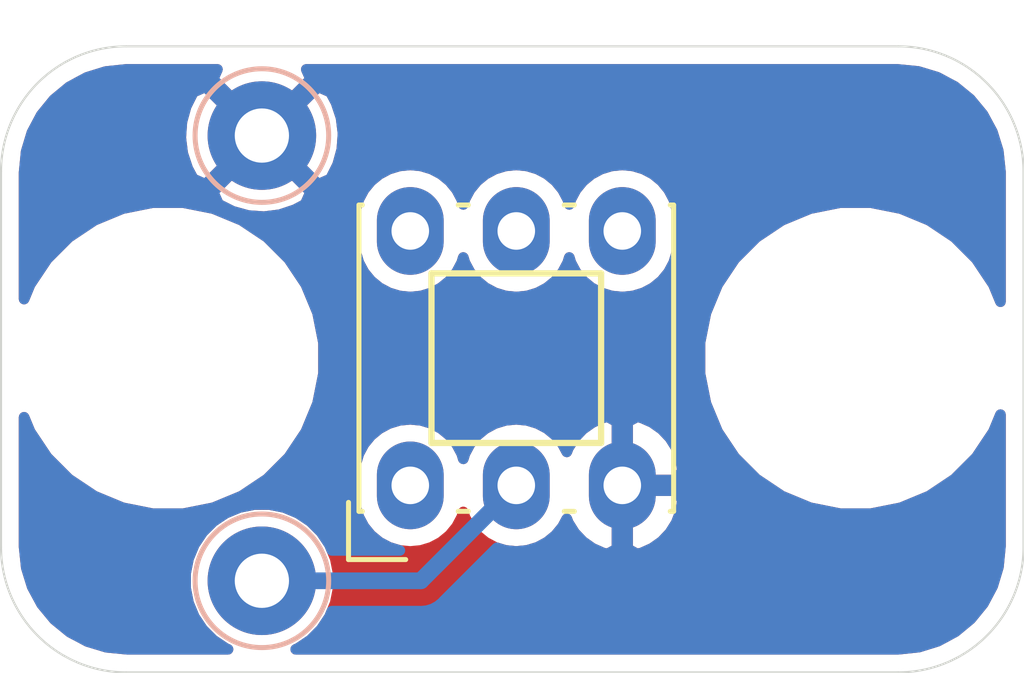
<source format=kicad_pcb>
(kicad_pcb (version 20171130) (host pcbnew 5.1.9+dfsg1-1)

  (general
    (thickness 1.6)
    (drawings 546)
    (tracks 2)
    (zones 0)
    (modules 5)
    (nets 3)
  )

  (page User 200 105.004)
  (layers
    (0 F.Cu signal)
    (31 B.Cu signal)
    (32 B.Adhes user)
    (33 F.Adhes user)
    (34 B.Paste user)
    (35 F.Paste user)
    (36 B.SilkS user)
    (37 F.SilkS user)
    (38 B.Mask user)
    (39 F.Mask user)
    (40 Dwgs.User user hide)
    (41 Cmts.User user hide)
    (42 Eco1.User user)
    (43 Eco2.User user)
    (44 Edge.Cuts user)
    (45 Margin user)
    (46 B.CrtYd user)
    (47 F.CrtYd user)
    (48 B.Fab user hide)
    (49 F.Fab user hide)
  )

  (setup
    (last_trace_width 0.4)
    (user_trace_width 0.3)
    (user_trace_width 0.4)
    (trace_clearance 0.2)
    (zone_clearance 0.4)
    (zone_45_only no)
    (trace_min 0.2)
    (via_size 0.8)
    (via_drill 0.4)
    (via_min_size 0.4)
    (via_min_drill 0.3)
    (uvia_size 0.3)
    (uvia_drill 0.1)
    (uvias_allowed no)
    (uvia_min_size 0.2)
    (uvia_min_drill 0.1)
    (edge_width 0.05)
    (segment_width 0.2)
    (pcb_text_width 0.3)
    (pcb_text_size 1.5 1.5)
    (mod_edge_width 0.12)
    (mod_text_size 1 1)
    (mod_text_width 0.15)
    (pad_size 1.524 1.524)
    (pad_drill 0.762)
    (pad_to_mask_clearance 0)
    (aux_axis_origin 0 0)
    (visible_elements FFFFFF7F)
    (pcbplotparams
      (layerselection 0x010fc_ffffffff)
      (usegerberextensions false)
      (usegerberattributes true)
      (usegerberadvancedattributes true)
      (creategerberjobfile true)
      (excludeedgelayer true)
      (linewidth 0.100000)
      (plotframeref false)
      (viasonmask false)
      (mode 1)
      (useauxorigin false)
      (hpglpennumber 1)
      (hpglpenspeed 20)
      (hpglpendiameter 15.000000)
      (psnegative false)
      (psa4output false)
      (plotreference true)
      (plotvalue true)
      (plotinvisibletext false)
      (padsonsilk false)
      (subtractmaskfromsilk false)
      (outputformat 1)
      (mirror false)
      (drillshape 1)
      (scaleselection 1)
      (outputdirectory ""))
  )

  (net 0 "")
  (net 1 GND)
  (net 2 "Net-(CSIG1-Pad1)")

  (net_class Default "This is the default net class."
    (clearance 0.2)
    (trace_width 0.25)
    (via_dia 0.8)
    (via_drill 0.4)
    (uvia_dia 0.3)
    (uvia_drill 0.1)
    (add_net GND)
    (add_net "Net-(CSIG1-Pad1)")
    (add_net "Net-(SW1-Pad1)")
    (add_net "Net-(SW1-Pad4)")
    (add_net "Net-(SW1-Pad5)")
    (add_net "Net-(SW1-Pad6)")
  )

  (module Connector_Pin:Pin_D1.3mm_L11.0mm (layer B.Cu) (tedit 5A1DC085) (tstamp 618C11BC)
    (at 95.25 24.638)
    (descr "solder Pin_ diameter 1.3mm, hole diameter 1.3mm, length 11.0mm")
    (tags "solder Pin_ pressfit")
    (path /619108C4)
    (fp_text reference CGND1 (at 0 -2.4) (layer B.SilkS) hide
      (effects (font (size 1 1) (thickness 0.15)) (justify mirror))
    )
    (fp_text value pad (at 0 2.05) (layer B.Fab)
      (effects (font (size 1 1) (thickness 0.15)) (justify mirror))
    )
    (fp_text user %R (at 0 -2.4) (layer B.Fab)
      (effects (font (size 1 1) (thickness 0.15)) (justify mirror))
    )
    (fp_circle (center 0 0) (end 1.8 0) (layer B.CrtYd) (width 0.05))
    (fp_circle (center 0 0) (end 0.65 0.05) (layer B.Fab) (width 0.12))
    (fp_circle (center 0 0) (end 1.25 0.05) (layer B.Fab) (width 0.12))
    (fp_circle (center 0 0) (end 1.6 -0.05) (layer B.SilkS) (width 0.12))
    (pad 1 thru_hole circle (at 0 0) (size 2.6 2.6) (drill 1.3) (layers *.Cu *.Mask)
      (net 1 GND))
    (model ${KISYS3DMOD}/Connector_Pin.3dshapes/Pin_D1.3mm_L11.0mm.wrl
      (at (xyz 0 0 0))
      (scale (xyz 1 1 1))
      (rotate (xyz 0 0 0))
    )
  )

  (module Switch_KMZ:KLS7 (layer F.Cu) (tedit 61882A3D) (tstamp 61889E0D)
    (at 101.346 29.972 90)
    (path /61889CBB)
    (fp_text reference SW1 (at 0 4.826 90) (layer F.SilkS) hide
      (effects (font (size 1 1) (thickness 0.15)))
    )
    (fp_text value SW_Push_DPDT (at 0 -4.826 90) (layer F.Fab)
      (effects (font (size 1 1) (thickness 0.15)))
    )
    (fp_line (start 4.572 -3.9) (end -4.572 -3.9) (layer F.CrtYd) (width 0.05))
    (fp_line (start -3.67 3.77) (end 3.67 3.77) (layer F.SilkS) (width 0.12))
    (fp_line (start -3.67 1.15) (end -3.67 1.39) (layer F.SilkS) (width 0.12))
    (fp_line (start -4.826 -4.02) (end -3.456 -4.02) (layer F.SilkS) (width 0.12))
    (fp_line (start 3.67 -3.77) (end 3.67 -3.69) (layer F.SilkS) (width 0.12))
    (fp_line (start -3.556 -3.65) (end 3.55 -3.65) (layer F.Fab) (width 0.1))
    (fp_line (start -3.67 3.69) (end -3.67 3.77) (layer F.SilkS) (width 0.12))
    (fp_line (start -3.67 -1.39) (end -3.67 -1.15) (layer F.SilkS) (width 0.12))
    (fp_line (start 3.67 3.77) (end 3.67 3.69) (layer F.SilkS) (width 0.12))
    (fp_line (start 3.67 -1.39) (end 3.67 -1.15) (layer F.SilkS) (width 0.12))
    (fp_line (start -3.67 -3.77) (end 3.67 -3.77) (layer F.SilkS) (width 0.12))
    (fp_line (start -3.67 -3.69) (end -3.67 -3.77) (layer F.SilkS) (width 0.12))
    (fp_line (start 3.67 1.15) (end 3.67 1.39) (layer F.SilkS) (width 0.12))
    (fp_line (start -4.826 -2.65) (end -4.826 -4.02) (layer F.SilkS) (width 0.12))
    (fp_line (start -4.572 3.9) (end 4.572 3.9) (layer F.CrtYd) (width 0.05))
    (fp_line (start 3.55 3.65) (end -3.55 3.65) (layer F.Fab) (width 0.1))
    (fp_line (start 3.55 -3.65) (end 3.55 3.65) (layer F.Fab) (width 0.1))
    (fp_line (start 4.572 3.9) (end 4.572 -3.9) (layer F.CrtYd) (width 0.05))
    (fp_line (start -3.55 3.65) (end -3.55 -3.556) (layer F.Fab) (width 0.1))
    (fp_line (start -4.572 -3.9) (end -4.572 3.9) (layer F.CrtYd) (width 0.05))
    (fp_line (start -2.032 -2.032) (end -2.032 2.032) (layer F.SilkS) (width 0.15))
    (fp_line (start -2.032 2.032) (end 2.032 2.032) (layer F.SilkS) (width 0.15))
    (fp_line (start 2.032 2.032) (end 2.032 -2.032) (layer F.SilkS) (width 0.15))
    (fp_line (start 2.032 -2.032) (end -2.032 -2.032) (layer F.SilkS) (width 0.15))
    (pad 6 thru_hole oval (at 3.048 0 90) (size 2.1 1.6) (drill 0.9) (layers *.Cu *.Mask))
    (pad 4 thru_hole oval (at 3.048 2.54 90) (size 2.1 1.6) (drill 0.9) (layers *.Cu *.Mask))
    (pad 2 thru_hole oval (at -3.048 2.54 90) (size 2.1 1.6) (drill 0.9) (layers *.Cu *.Mask)
      (net 1 GND))
    (pad 1 thru_hole oval (at -3.048 -2.54 90) (size 2.1 1.6) (drill 0.9) (layers *.Cu *.Mask))
    (pad 3 thru_hole oval (at -3.048 0 90) (size 2.1 1.6) (drill 0.9) (layers *.Cu *.Mask)
      (net 2 "Net-(CSIG1-Pad1)"))
    (pad 5 thru_hole oval (at 3.048 -2.54 90) (size 2.1 1.6) (drill 0.9) (layers *.Cu *.Mask))
  )

  (module MountingHole:MountingHole_3.2mm_M3 (layer F.Cu) (tedit 56D1B4CB) (tstamp 61889A18)
    (at 109.474 29.972)
    (descr "Mounting Hole 3.2mm, no annular, M3")
    (tags "mounting hole 3.2mm no annular m3")
    (path /61886D3D)
    (clearance 2)
    (attr virtual)
    (fp_text reference H2 (at 0 -4.2) (layer F.SilkS) hide
      (effects (font (size 1 1) (thickness 0.15)))
    )
    (fp_text value MountingHole (at 0 4.2) (layer F.Fab)
      (effects (font (size 1 1) (thickness 0.15)))
    )
    (fp_circle (center 0 0) (end 3.2 0) (layer Cmts.User) (width 0.15))
    (fp_circle (center 0 0) (end 3.45 0) (layer F.CrtYd) (width 0.05))
    (fp_text user %R (at 0.3 0) (layer F.Fab)
      (effects (font (size 1 1) (thickness 0.15)))
    )
    (pad 1 np_thru_hole circle (at 0 0) (size 3.2 3.2) (drill 3.2) (layers *.Cu *.Mask))
  )

  (module MountingHole:MountingHole_3.2mm_M3 (layer F.Cu) (tedit 56D1B4CB) (tstamp 61889A10)
    (at 93 29.972 90)
    (descr "Mounting Hole 3.2mm, no annular, M3")
    (tags "mounting hole 3.2mm no annular m3")
    (path /61883B3D)
    (clearance 2)
    (attr virtual)
    (fp_text reference H1 (at 0 -4.2 90) (layer F.SilkS) hide
      (effects (font (size 1 1) (thickness 0.15)))
    )
    (fp_text value MountingHole (at 0 4.2 90) (layer F.Fab)
      (effects (font (size 1 1) (thickness 0.15)))
    )
    (fp_circle (center 0 0) (end 3.2 0) (layer Cmts.User) (width 0.15))
    (fp_circle (center 0 0) (end 3.45 0) (layer F.CrtYd) (width 0.05))
    (fp_text user %R (at 0.3 0 90) (layer F.Fab)
      (effects (font (size 1 1) (thickness 0.15)))
    )
    (pad 1 np_thru_hole circle (at 0 0 90) (size 3.2 3.2) (drill 3.2) (layers *.Cu *.Mask))
  )

  (module Connector_Pin:Pin_D1.3mm_L11.0mm (layer B.Cu) (tedit 5A1DC085) (tstamp 618894CC)
    (at 95.25 35.306)
    (descr "solder Pin_ diameter 1.3mm, hole diameter 1.3mm, length 11.0mm")
    (tags "solder Pin_ pressfit")
    (path /6189BB08)
    (fp_text reference CSIG1 (at 2.286 -2.032) (layer B.SilkS) hide
      (effects (font (size 1 1) (thickness 0.15)) (justify mirror))
    )
    (fp_text value pad (at 0 2.05) (layer B.Fab)
      (effects (font (size 1 1) (thickness 0.15)) (justify mirror))
    )
    (fp_circle (center 0 0) (end 1.8 0) (layer B.CrtYd) (width 0.05))
    (fp_circle (center 0 0) (end 0.65 0.05) (layer B.Fab) (width 0.12))
    (fp_circle (center 0 0) (end 1.25 0.05) (layer B.Fab) (width 0.12))
    (fp_circle (center 0 0) (end 1.6 -0.05) (layer B.SilkS) (width 0.12))
    (fp_text user %R (at 0 -2.4) (layer B.Fab)
      (effects (font (size 1 1) (thickness 0.15)) (justify mirror))
    )
    (pad 1 thru_hole circle (at 0 0) (size 2.6 2.6) (drill 1.3) (layers *.Cu *.Mask)
      (net 2 "Net-(CSIG1-Pad1)"))
    (model ${KISYS3DMOD}/Connector_Pin.3dshapes/Pin_D1.3mm_L11.0mm.wrl
      (at (xyz 0 0 0))
      (scale (xyz 1 1 1))
      (rotate (xyz 0 0 0))
    )
  )

  (gr_line (start 92 22.5) (end 110.5 22.5) (layer Edge.Cuts) (width 0.05) (tstamp 618C10FB))
  (gr_line (start 110.5 37.5) (end 92 37.5) (layer Edge.Cuts) (width 0.05) (tstamp 618C10FA))
  (gr_line (start 94.381895 29.530766) (end 94.421896 29.62077) (layer Dwgs.User) (width 0.0423))
  (gr_line (start 94.381895 29.530766) (end 94.381895 29.530766) (layer Dwgs.User) (width 0.0423))
  (gr_line (start 94.331896 29.460767) (end 94.381895 29.530766) (layer Dwgs.User) (width 0.0423))
  (gr_line (start 100.923696 33.468537) (end 100.748368 33.446266) (layer Dwgs.User) (width 0.05))
  (gr_line (start 94.511897 29.980771) (end 94.511897 29.980771) (layer Dwgs.User) (width 0.0423))
  (gr_line (start 94.491896 29.890767) (end 94.511897 29.980771) (layer Dwgs.User) (width 0.0423))
  (gr_line (start 94.491896 29.890767) (end 94.491896 29.890767) (layer Dwgs.User) (width 0.0423))
  (gr_line (start 101.281893 26.482239) (end 101.281893 26.482239) (layer Dwgs.User) (width 0.05))
  (gr_line (start 91.601897 29.730771) (end 91.631895 29.640767) (layer Dwgs.User) (width 0.0423))
  (gr_line (start 91.601897 29.730771) (end 91.601897 29.730771) (layer Dwgs.User) (width 0.0423))
  (gr_line (start 103.240646 27.080358) (end 103.378 27.178) (layer Dwgs.User) (width 0.05))
  (gr_line (start 108.811892 28.880772) (end 108.811892 28.880772) (layer Dwgs.User) (width 0.0423))
  (gr_line (start 108.721896 28.910771) (end 108.811892 28.880772) (layer Dwgs.User) (width 0.0423))
  (gr_line (start 104.785235 29.984429) (end 104.785235 29.984429) (layer Dwgs.User) (width 0.05))
  (gr_line (start 104.767148 29.626351) (end 104.780676 29.804207) (layer Dwgs.User) (width 0.05))
  (gr_line (start 110.421893 31.390767) (end 110.351893 31.450772) (layer Dwgs.User) (width 0.0423))
  (gr_line (start 110.261897 28.860768) (end 110.261897 28.860768) (layer Dwgs.User) (width 0.0423))
  (gr_line (start 110.171893 28.820767) (end 110.261897 28.860768) (layer Dwgs.User) (width 0.0423))
  (gr_line (start 93.211893 28.700772) (end 93.301894 28.720769) (layer Dwgs.User) (width 0.0423))
  (gr_line (start 93.211893 28.700772) (end 93.211893 28.700772) (layer Dwgs.User) (width 0.0423))
  (gr_line (start 94.061896 31.26077) (end 93.981894 31.320767) (layer Dwgs.User) (width 0.0423))
  (gr_line (start 94.061896 31.26077) (end 94.061896 31.26077) (layer Dwgs.User) (width 0.0423))
  (gr_line (start 108.071894 29.910771) (end 108.071894 29.910771) (layer Dwgs.User) (width 0.0423))
  (gr_line (start 108.051897 30.000767) (end 108.071894 29.910771) (layer Dwgs.User) (width 0.0423))
  (gr_line (start 109.351893 31.660771) (end 109.261897 31.640767) (layer Dwgs.User) (width 0.0423))
  (gr_line (start 103.637462 32.576813) (end 103.510345 32.686889) (layer Dwgs.User) (width 0.05))
  (gr_line (start 104.674941 29.109177) (end 104.71406 29.278616) (layer Dwgs.User) (width 0.05))
  (gr_line (start 111.041895 30.180768) (end 111.041895 30.180768) (layer Dwgs.User) (width 0.0423))
  (gr_line (start 111.021891 30.070767) (end 111.041895 30.180768) (layer Dwgs.User) (width 0.0423))
  (gr_line (start 93.031897 31.680768) (end 92.931895 31.680768) (layer Dwgs.User) (width 0.0423))
  (gr_line (start 93.031897 31.680768) (end 93.031897 31.680768) (layer Dwgs.User) (width 0.0423))
  (gr_line (start 111.021891 29.980771) (end 111.021891 29.980771) (layer Dwgs.User) (width 0.0423))
  (gr_line (start 111.001894 29.890767) (end 111.021891 29.980771) (layer Dwgs.User) (width 0.0423))
  (gr_line (start 101.462175 33.482062) (end 101.281893 33.486619) (layer Dwgs.User) (width 0.05))
  (gr_line (start 103.098505 26.989263) (end 103.240646 27.080358) (layer Dwgs.User) (width 0.05))
  (gr_line (start 91.631895 30.740773) (end 91.621893 30.650769) (layer Dwgs.User) (width 0.0423))
  (gr_line (start 91.631895 30.740773) (end 91.631895 30.740773) (layer Dwgs.User) (width 0.0423))
  (gr_line (start 100.923696 26.500321) (end 101.101611 26.486796) (layer Dwgs.User) (width 0.05))
  (gr_line (start 94.471896 30.540768) (end 94.471896 30.540768) (layer Dwgs.User) (width 0.0423))
  (gr_line (start 94.491896 30.450772) (end 94.471896 30.540768) (layer Dwgs.User) (width 0.0423))
  (gr_line (start 94.491896 30.450772) (end 94.491896 30.450772) (layer Dwgs.User) (width 0.0423))
  (gr_line (start 104.785235 29.984429) (end 104.780676 30.164651) (layer Dwgs.User) (width 0.05))
  (gr_line (start 104.744869 30.517778) (end 104.71406 30.690242) (layer Dwgs.User) (width 0.05))
  (gr_line (start 92.071894 29.040768) (end 92.141894 28.970769) (layer Dwgs.User) (width 0.0423))
  (gr_line (start 92.071894 29.040768) (end 92.071894 29.040768) (layer Dwgs.User) (width 0.0423))
  (gr_line (start 91.811896 31.070767) (end 91.761897 30.990773) (layer Dwgs.User) (width 0.0423))
  (gr_line (start 91.811896 31.070767) (end 91.811896 31.070767) (layer Dwgs.User) (width 0.0423))
  (gr_line (start 109.541895 31.680768) (end 109.541895 31.680768) (layer Dwgs.User) (width 0.0423))
  (gr_line (start 103.985243 32.212147) (end 103.875131 32.339222) (layer Dwgs.User) (width 0.05))
  (gr_line (start 102.800738 26.827593) (end 102.951795 26.904935) (layer Dwgs.User) (width 0.05))
  (gr_line (start 108.451891 29.170773) (end 108.451891 29.170773) (layer Dwgs.User) (width 0.0423))
  (gr_line (start 108.381892 29.240773) (end 108.451891 29.170773) (layer Dwgs.User) (width 0.0423))
  (gr_line (start 101.64009 33.468537) (end 101.462175 33.482062) (layer Dwgs.User) (width 0.05))
  (gr_line (start 108.651896 28.970769) (end 108.651896 28.970769) (layer Dwgs.User) (width 0.0423))
  (gr_line (start 108.581896 29.040768) (end 108.651896 28.970769) (layer Dwgs.User) (width 0.0423))
  (gr_line (start 110.981898 29.80077) (end 110.981898 29.80077) (layer Dwgs.User) (width 0.0423))
  (gr_line (start 110.941897 29.710767) (end 110.981898 29.80077) (layer Dwgs.User) (width 0.0423))
  (gr_line (start 108.271891 30.990773) (end 108.271891 30.990773) (layer Dwgs.User) (width 0.0423))
  (gr_line (start 108.321894 31.070767) (end 108.271891 30.990773) (layer Dwgs.User) (width 0.0423))
  (gr_line (start 101.64009 26.500321) (end 101.815418 26.522593) (layer Dwgs.User) (width 0.05))
  (gr_line (start 97.936055 31.025873) (end 97.888846 30.859681) (layer Dwgs.User) (width 0.05))
  (gr_line (start 93.301894 28.720769) (end 93.391894 28.730771) (layer Dwgs.User) (width 0.0423))
  (gr_line (start 93.301894 28.720769) (end 93.301894 28.720769) (layer Dwgs.User) (width 0.0423))
  (gr_line (start 108.581896 29.040768) (end 108.581896 29.040768) (layer Dwgs.User) (width 0.0423))
  (gr_line (start 108.501894 29.100766) (end 108.581896 29.040768) (layer Dwgs.User) (width 0.0423))
  (gr_line (start 92.301894 31.500767) (end 92.231894 31.450772) (layer Dwgs.User) (width 0.0423))
  (gr_line (start 92.301894 31.500767) (end 92.301894 31.500767) (layer Dwgs.User) (width 0.0423))
  (gr_line (start 92.301894 28.880772) (end 92.371893 28.820767) (layer Dwgs.User) (width 0.0423))
  (gr_line (start 92.301894 28.880772) (end 92.301894 28.880772) (layer Dwgs.User) (width 0.0423))
  (gr_line (start 92.391894 31.540768) (end 92.301894 31.500767) (layer Dwgs.User) (width 0.0423))
  (gr_line (start 92.391894 31.540768) (end 92.391894 31.540768) (layer Dwgs.User) (width 0.0423))
  (gr_line (start 109.441897 31.680768) (end 109.441897 31.680768) (layer Dwgs.User) (width 0.0423))
  (gr_line (start 98.804655 32.460851) (end 98.688655 32.339222) (layer Dwgs.User) (width 0.05))
  (gr_line (start 110.801897 29.37077) (end 110.801897 29.37077) (layer Dwgs.User) (width 0.0423))
  (gr_line (start 110.751894 29.290768) (end 110.801897 29.37077) (layer Dwgs.User) (width 0.0423))
  (gr_line (start 98.578544 32.212147) (end 98.474541 32.079845) (layer Dwgs.User) (width 0.05))
  (gr_line (start 108.041895 30.180768) (end 108.041895 30.180768) (layer Dwgs.User) (width 0.0423))
  (gr_line (start 108.051897 30.290768) (end 108.041895 30.180768) (layer Dwgs.User) (width 0.0423))
  (gr_line (start 113.545092 22.560765) (end 113.545092 37.800765) (layer Dwgs.User) (width 0.075999))
  (gr_line (start 113.545092 22.560765) (end 113.545092 22.560765) (layer Dwgs.User) (width 0.075999))
  (gr_line (start 108.091898 30.560773) (end 108.091898 30.560773) (layer Dwgs.User) (width 0.0423))
  (gr_line (start 108.131892 30.650769) (end 108.091898 30.560773) (layer Dwgs.User) (width 0.0423))
  (gr_line (start 109.161898 28.730771) (end 109.161898 28.730771) (layer Dwgs.User) (width 0.0423))
  (gr_line (start 109.071894 28.770772) (end 109.161898 28.730771) (layer Dwgs.User) (width 0.0423))
  (gr_line (start 98.124019 31.502773) (end 98.053861 31.347639) (layer Dwgs.User) (width 0.05))
  (gr_line (start 109.811892 28.720769) (end 109.811892 28.720769) (layer Dwgs.User) (width 0.0423))
  (gr_line (start 109.721896 28.700772) (end 109.811892 28.720769) (layer Dwgs.User) (width 0.0423))
  (gr_line (start 97.796639 29.626351) (end 97.818918 29.45108) (layer Dwgs.User) (width 0.05))
  (gr_line (start 99.611991 26.904935) (end 99.763048 26.827593) (layer Dwgs.User) (width 0.05))
  (gr_line (start 100.406353 33.376361) (end 100.240106 33.329167) (layer Dwgs.User) (width 0.05))
  (gr_line (start 109.991892 28.750767) (end 109.991892 28.750767) (layer Dwgs.User) (width 0.0423))
  (gr_line (start 109.901896 28.730771) (end 109.991892 28.750767) (layer Dwgs.User) (width 0.0423))
  (gr_line (start 108.271891 29.380772) (end 108.271891 29.380772) (layer Dwgs.User) (width 0.0423))
  (gr_line (start 108.221896 29.460767) (end 108.271891 29.380772) (layer Dwgs.User) (width 0.0423))
  (gr_line (start 104.627732 28.942985) (end 104.674941 29.109177) (layer Dwgs.User) (width 0.05))
  (gr_line (start 94.531893 30.270772) (end 94.531893 30.270772) (layer Dwgs.User) (width 0.0423))
  (gr_line (start 94.531893 30.180768) (end 94.531893 30.270772) (layer Dwgs.User) (width 0.0423))
  (gr_line (start 94.531893 30.180768) (end 94.531893 30.180768) (layer Dwgs.User) (width 0.0423))
  (gr_line (start 100.575847 26.553391) (end 100.748368 26.522593) (layer Dwgs.User) (width 0.05))
  (gr_line (start 102.486461 26.694751) (end 102.645553 26.757459) (layer Dwgs.User) (width 0.05))
  (gr_line (start 102.951795 26.904935) (end 103.098505 26.989263) (layer Dwgs.User) (width 0.05))
  (gr_line (start 108.971896 28.790768) (end 108.971896 28.790768) (layer Dwgs.User) (width 0.0423))
  (gr_line (start 108.881892 28.820767) (end 108.971896 28.790768) (layer Dwgs.User) (width 0.0423))
  (gr_line (start 109.171893 31.630772) (end 109.081896 31.610768) (layer Dwgs.User) (width 0.0423))
  (gr_line (start 108.051897 30.000767) (end 108.051897 30.000767) (layer Dwgs.User) (width 0.0423))
  (gr_line (start 108.041895 30.090771) (end 108.051897 30.000767) (layer Dwgs.User) (width 0.0423))
  (gr_line (start 108.501894 29.100766) (end 108.501894 29.100766) (layer Dwgs.User) (width 0.0423))
  (gr_line (start 108.451891 29.170773) (end 108.501894 29.100766) (layer Dwgs.User) (width 0.0423))
  (gr_line (start 102.645553 26.757459) (end 102.800738 26.827593) (layer Dwgs.User) (width 0.05))
  (gr_line (start 102.157434 26.592498) (end 102.323681 26.639691) (layer Dwgs.User) (width 0.05))
  (gr_line (start 97.78311 30.164651) (end 97.778552 29.984429) (layer Dwgs.User) (width 0.05))
  (gr_line (start 93.121893 28.680768) (end 93.211893 28.700772) (layer Dwgs.User) (width 0.0423))
  (gr_line (start 93.121893 28.680768) (end 93.121893 28.680768) (layer Dwgs.User) (width 0.0423))
  (gr_line (start 109.641894 31.660771) (end 109.641894 31.660771) (layer Dwgs.User) (width 0.0423))
  (gr_line (start 110.571894 31.26077) (end 110.571894 31.26077) (layer Dwgs.User) (width 0.0423))
  (gr_line (start 101.815418 33.446266) (end 101.64009 33.468537) (layer Dwgs.User) (width 0.05))
  (gr_line (start 110.351893 31.450772) (end 110.351893 31.450772) (layer Dwgs.User) (width 0.0423))
  (gr_line (start 93.221896 31.660771) (end 93.131895 31.660771) (layer Dwgs.User) (width 0.0423))
  (gr_line (start 93.221896 31.660771) (end 93.221896 31.660771) (layer Dwgs.User) (width 0.0423))
  (gr_line (start 100.748368 26.522593) (end 100.923696 26.500321) (layer Dwgs.User) (width 0.05))
  (gr_line (start 97.818918 29.45108) (end 97.849727 29.278616) (layer Dwgs.User) (width 0.05))
  (gr_line (start 110.891894 30.810773) (end 110.891894 30.810773) (layer Dwgs.User) (width 0.0423))
  (gr_line (start 110.931895 30.720769) (end 110.891894 30.810773) (layer Dwgs.User) (width 0.0423))
  (gr_line (start 104.509925 31.347639) (end 104.439768 31.502773) (layer Dwgs.User) (width 0.05))
  (gr_line (start 93.661894 28.820767) (end 93.751894 28.860768) (layer Dwgs.User) (width 0.0423))
  (gr_line (start 93.661894 28.820767) (end 93.661894 28.820767) (layer Dwgs.User) (width 0.0423))
  (gr_line (start 99.32314 32.8885) (end 99.185787 32.790858) (layer Dwgs.User) (width 0.05))
  (gr_line (start 101.98794 26.553391) (end 102.157434 26.592498) (layer Dwgs.User) (width 0.05))
  (gr_line (start 92.371893 28.820767) (end 92.461893 28.790768) (layer Dwgs.User) (width 0.0423))
  (gr_line (start 92.371893 28.820767) (end 92.371893 28.820767) (layer Dwgs.User) (width 0.0423))
  (gr_line (start 102.157434 33.376361) (end 101.98794 33.415467) (layer Dwgs.User) (width 0.05))
  (gr_line (start 92.651896 28.730771) (end 92.741896 28.720769) (layer Dwgs.User) (width 0.0423))
  (gr_line (start 92.651896 28.730771) (end 92.651896 28.730771) (layer Dwgs.User) (width 0.0423))
  (gr_line (start 104.71406 29.278616) (end 104.744869 29.45108) (layer Dwgs.User) (width 0.05))
  (gr_line (start 98.474541 27.889013) (end 98.578544 27.756711) (layer Dwgs.User) (width 0.05))
  (gr_line (start 110.401896 28.970769) (end 110.401896 28.970769) (layer Dwgs.User) (width 0.0423))
  (gr_line (start 110.331896 28.910771) (end 110.401896 28.970769) (layer Dwgs.User) (width 0.0423))
  (gr_line (start 108.741892 31.450772) (end 108.741892 31.450772) (layer Dwgs.User) (width 0.0423))
  (gr_line (start 108.811892 31.500767) (end 108.741892 31.450772) (layer Dwgs.User) (width 0.0423))
  (gr_line (start 88.145098 37.800767) (end 88.145098 37.800767) (layer Dwgs.User) (width 0.075999))
  (gr_line (start 113.545092 37.800765) (end 88.145098 37.800767) (layer Dwgs.User) (width 0.075999))
  (gr_line (start 94.241896 31.05077) (end 94.181895 31.12077) (layer Dwgs.User) (width 0.0423))
  (gr_line (start 110.851893 30.900769) (end 110.851893 30.900769) (layer Dwgs.User) (width 0.0423))
  (gr_line (start 110.891894 30.810773) (end 110.851893 30.900769) (layer Dwgs.User) (width 0.0423))
  (gr_line (start 91.561896 29.910771) (end 91.581896 29.820767) (layer Dwgs.User) (width 0.0423))
  (gr_line (start 91.561896 29.910771) (end 91.561896 29.910771) (layer Dwgs.User) (width 0.0423))
  (gr_line (start 99.611991 33.063923) (end 99.465282 32.979595) (layer Dwgs.User) (width 0.05))
  (gr_line (start 111.021891 30.360768) (end 111.021891 30.360768) (layer Dwgs.User) (width 0.0423))
  (gr_line (start 111.041895 30.270772) (end 111.021891 30.360768) (layer Dwgs.User) (width 0.0423))
  (gr_line (start 110.331896 28.910771) (end 110.331896 28.910771) (layer Dwgs.User) (width 0.0423))
  (gr_line (start 110.261897 28.860768) (end 110.331896 28.910771) (layer Dwgs.User) (width 0.0423))
  (gr_line (start 92.921896 28.700772) (end 93.031897 28.680768) (layer Dwgs.User) (width 0.0423))
  (gr_line (start 92.921896 28.700772) (end 92.921896 28.700772) (layer Dwgs.User) (width 0.0423))
  (gr_line (start 98.926324 27.392045) (end 99.053441 27.281969) (layer Dwgs.User) (width 0.05))
  (gr_line (start 108.041895 30.090771) (end 108.041895 30.090771) (layer Dwgs.User) (width 0.0423))
  (gr_line (start 108.041895 30.180768) (end 108.041895 30.090771) (layer Dwgs.User) (width 0.0423))
  (gr_line (start 92.141894 28.970769) (end 92.211893 28.910771) (layer Dwgs.User) (width 0.0423))
  (gr_line (start 92.141894 28.970769) (end 92.141894 28.970769) (layer Dwgs.User) (width 0.0423))
  (gr_line (start 104.572653 31.188599) (end 104.509925 31.347639) (layer Dwgs.User) (width 0.05))
  (gr_line (start 98.201385 31.653781) (end 98.124019 31.502773) (layer Dwgs.User) (width 0.05))
  (gr_line (start 104.71406 30.690242) (end 104.674941 30.859681) (layer Dwgs.User) (width 0.05))
  (gr_line (start 99.465282 26.989263) (end 99.611991 26.904935) (layer Dwgs.User) (width 0.05))
  (gr_line (start 109.721896 28.700772) (end 109.721896 28.700772) (layer Dwgs.User) (width 0.0423))
  (gr_line (start 109.631892 28.680768) (end 109.721896 28.700772) (layer Dwgs.User) (width 0.0423))
  (gr_line (start 110.571894 31.26077) (end 110.491892 31.320767) (layer Dwgs.User) (width 0.0423))
  (gr_line (start 94.241896 29.290768) (end 94.291895 29.37077) (layer Dwgs.User) (width 0.0423))
  (gr_line (start 94.241896 29.290768) (end 94.241896 29.290768) (layer Dwgs.User) (width 0.0423))
  (gr_line (start 94.161894 29.220769) (end 94.241896 29.290768) (layer Dwgs.User) (width 0.0423))
  (gr_line (start 109.441897 31.680768) (end 109.351893 31.660771) (layer Dwgs.User) (width 0.0423))
  (gr_line (start 104.18692 31.942537) (end 104.089246 32.079845) (layer Dwgs.User) (width 0.05))
  (gr_line (start 98.804655 27.508007) (end 98.926324 27.392045) (layer Dwgs.User) (width 0.05))
  (gr_line (start 98.053861 31.347639) (end 97.991133 31.188599) (layer Dwgs.User) (width 0.05))
  (gr_line (start 104.572653 28.780259) (end 104.627732 28.942985) (layer Dwgs.User) (width 0.05))
  (gr_line (start 92.091895 31.340771) (end 92.011897 31.26077) (layer Dwgs.User) (width 0.0423))
  (gr_line (start 92.091895 31.340771) (end 92.091895 31.340771) (layer Dwgs.User) (width 0.0423))
  (gr_line (start 92.231894 31.450772) (end 92.161894 31.390767) (layer Dwgs.User) (width 0.0423))
  (gr_line (start 92.231894 31.450772) (end 92.231894 31.450772) (layer Dwgs.User) (width 0.0423))
  (gr_line (start 109.821894 31.640767) (end 109.821894 31.640767) (layer Dwgs.User) (width 0.0423))
  (gr_line (start 108.901896 31.540768) (end 108.901896 31.540768) (layer Dwgs.User) (width 0.0423))
  (gr_line (start 108.991892 31.570767) (end 108.901896 31.540768) (layer Dwgs.User) (width 0.0423))
  (gr_line (start 108.051897 30.290768) (end 108.051897 30.290768) (layer Dwgs.User) (width 0.0423))
  (gr_line (start 108.051897 30.380772) (end 108.051897 30.290768) (layer Dwgs.User) (width 0.0423))
  (gr_line (start 91.721896 30.900769) (end 91.671896 30.830769) (layer Dwgs.User) (width 0.0423))
  (gr_line (start 91.721896 30.900769) (end 91.721896 30.900769) (layer Dwgs.User) (width 0.0423))
  (gr_line (start 98.124019 28.466085) (end 98.201385 28.315078) (layer Dwgs.User) (width 0.05))
  (gr_line (start 109.081896 31.610768) (end 109.081896 31.610768) (layer Dwgs.User) (width 0.0423))
  (gr_line (start 97.778552 29.984429) (end 97.78311 29.804207) (layer Dwgs.User) (width 0.05))
  (gr_line (start 97.936055 28.942985) (end 97.991133 28.780259) (layer Dwgs.User) (width 0.05))
  (gr_line (start 104.362401 31.653781) (end 104.278045 31.800442) (layer Dwgs.User) (width 0.05))
  (gr_line (start 91.671896 29.55077) (end 91.711893 29.460767) (layer Dwgs.User) (width 0.0423))
  (gr_line (start 91.671896 29.55077) (end 91.671896 29.55077) (layer Dwgs.User) (width 0.0423))
  (gr_line (start 110.421893 31.390767) (end 110.421893 31.390767) (layer Dwgs.User) (width 0.0423))
  (gr_line (start 98.201385 28.315078) (end 98.285741 28.168416) (layer Dwgs.User) (width 0.05))
  (gr_line (start 104.780676 29.804207) (end 104.785235 29.984429) (layer Dwgs.User) (width 0.05))
  (gr_line (start 94.451895 30.630772) (end 94.421896 30.720769) (layer Dwgs.User) (width 0.0423))
  (gr_line (start 94.451895 30.630772) (end 94.451895 30.630772) (layer Dwgs.User) (width 0.0423))
  (gr_line (start 94.471896 30.540768) (end 94.451895 30.630772) (layer Dwgs.User) (width 0.0423))
  (gr_line (start 91.941897 29.170773) (end 92.001894 29.100766) (layer Dwgs.User) (width 0.0423))
  (gr_line (start 91.941897 29.170773) (end 91.941897 29.170773) (layer Dwgs.User) (width 0.0423))
  (gr_line (start 109.071894 28.770772) (end 109.071894 28.770772) (layer Dwgs.User) (width 0.0423))
  (gr_line (start 108.971896 28.790768) (end 109.071894 28.770772) (layer Dwgs.User) (width 0.0423))
  (gr_line (start 104.439768 31.502773) (end 104.362401 31.653781) (layer Dwgs.User) (width 0.05))
  (gr_line (start 110.751894 29.290768) (end 110.751894 29.290768) (layer Dwgs.User) (width 0.0423))
  (gr_line (start 110.671893 29.220769) (end 110.751894 29.290768) (layer Dwgs.User) (width 0.0423))
  (gr_line (start 104.439768 28.466085) (end 104.509925 28.621219) (layer Dwgs.User) (width 0.05))
  (gr_line (start 110.941897 29.710767) (end 110.941897 29.710767) (layer Dwgs.User) (width 0.0423))
  (gr_line (start 110.931895 29.62077) (end 110.941897 29.710767) (layer Dwgs.User) (width 0.0423))
  (gr_line (start 98.376867 31.942537) (end 98.285741 31.800442) (layer Dwgs.User) (width 0.05))
  (gr_line (start 99.918233 26.757459) (end 100.077326 26.694751) (layer Dwgs.User) (width 0.05))
  (gr_line (start 93.961893 29.020772) (end 93.961893 29.020772) (layer Dwgs.User) (width 0.0423))
  (gr_line (start 93.891894 28.970769) (end 93.961893 29.020772) (layer Dwgs.User) (width 0.0423))
  (gr_line (start 93.891894 28.970769) (end 93.891894 28.970769) (layer Dwgs.User) (width 0.0423))
  (gr_line (start 109.731898 31.660771) (end 109.641894 31.660771) (layer Dwgs.User) (width 0.0423))
  (gr_line (start 109.911898 31.630772) (end 109.821894 31.640767) (layer Dwgs.User) (width 0.0423))
  (gr_line (start 103.378 32.790858) (end 103.240646 32.8885) (layer Dwgs.User) (width 0.05))
  (gr_line (start 91.891894 31.140767) (end 91.811896 31.070767) (layer Dwgs.User) (width 0.0423))
  (gr_line (start 91.891894 31.140767) (end 91.891894 31.140767) (layer Dwgs.User) (width 0.0423))
  (gr_line (start 108.811892 31.500767) (end 108.811892 31.500767) (layer Dwgs.User) (width 0.0423))
  (gr_line (start 108.901896 31.540768) (end 108.811892 31.500767) (layer Dwgs.User) (width 0.0423))
  (gr_line (start 93.821894 28.910771) (end 93.891894 28.970769) (layer Dwgs.User) (width 0.0423))
  (gr_line (start 93.821894 28.910771) (end 93.821894 28.910771) (layer Dwgs.User) (width 0.0423))
  (gr_line (start 102.951795 33.063923) (end 102.800738 33.141265) (layer Dwgs.User) (width 0.05))
  (gr_line (start 104.278045 28.168416) (end 104.362401 28.315078) (layer Dwgs.User) (width 0.05))
  (gr_line (start 93.841895 31.450772) (end 93.751894 31.480771) (layer Dwgs.User) (width 0.0423))
  (gr_line (start 93.841895 31.450772) (end 93.841895 31.450772) (layer Dwgs.User) (width 0.0423))
  (gr_line (start 91.541895 30.380772) (end 91.541895 30.290768) (layer Dwgs.User) (width 0.0423))
  (gr_line (start 91.541895 30.380772) (end 91.541895 30.380772) (layer Dwgs.User) (width 0.0423))
  (gr_line (start 102.645553 33.211399) (end 102.486461 33.274107) (layer Dwgs.User) (width 0.05))
  (gr_line (start 108.991892 31.570767) (end 108.991892 31.570767) (layer Dwgs.User) (width 0.0423))
  (gr_line (start 98.688655 27.629636) (end 98.804655 27.508007) (layer Dwgs.User) (width 0.05))
  (gr_line (start 110.891894 29.530766) (end 110.891894 29.530766) (layer Dwgs.User) (width 0.0423))
  (gr_line (start 110.841898 29.460767) (end 110.891894 29.530766) (layer Dwgs.User) (width 0.0423))
  (gr_line (start 99.763048 26.827593) (end 99.918233 26.757459) (layer Dwgs.User) (width 0.05))
  (gr_line (start 110.261897 31.480771) (end 110.191897 31.540768) (layer Dwgs.User) (width 0.0423))
  (gr_line (start 99.185787 32.790858) (end 99.053441 32.686889) (layer Dwgs.User) (width 0.05))
  (gr_line (start 102.323681 26.639691) (end 102.486461 26.694751) (layer Dwgs.User) (width 0.05))
  (gr_line (start 108.091898 29.820767) (end 108.091898 29.820767) (layer Dwgs.User) (width 0.0423))
  (gr_line (start 108.071894 29.910771) (end 108.091898 29.820767) (layer Dwgs.User) (width 0.0423))
  (gr_line (start 110.001894 31.590771) (end 110.001894 31.590771) (layer Dwgs.User) (width 0.0423))
  (gr_line (start 109.901896 28.730771) (end 109.901896 28.730771) (layer Dwgs.User) (width 0.0423))
  (gr_line (start 109.811892 28.720769) (end 109.901896 28.730771) (layer Dwgs.User) (width 0.0423))
  (gr_line (start 99.053441 27.281969) (end 99.185787 27.178) (layer Dwgs.User) (width 0.05))
  (gr_line (start 103.875131 27.629636) (end 103.985243 27.756711) (layer Dwgs.User) (width 0.05))
  (gr_line (start 93.131895 31.660771) (end 93.031897 31.680768) (layer Dwgs.User) (width 0.0423))
  (gr_line (start 93.131895 31.660771) (end 93.131895 31.660771) (layer Dwgs.User) (width 0.0423))
  (gr_line (start 104.780676 30.164651) (end 104.767148 30.342508) (layer Dwgs.User) (width 0.05))
  (gr_line (start 99.185787 27.178) (end 99.32314 27.080358) (layer Dwgs.User) (width 0.05))
  (gr_line (start 93.031897 28.680768) (end 93.121893 28.680768) (layer Dwgs.User) (width 0.0423))
  (gr_line (start 93.031897 28.680768) (end 93.031897 28.680768) (layer Dwgs.User) (width 0.0423))
  (gr_line (start 110.191897 31.540768) (end 110.191897 31.540768) (layer Dwgs.User) (width 0.0423))
  (gr_line (start 93.311896 31.640767) (end 93.221896 31.660771) (layer Dwgs.User) (width 0.0423))
  (gr_line (start 93.311896 31.640767) (end 93.311896 31.640767) (layer Dwgs.User) (width 0.0423))
  (gr_line (start 94.181895 31.12077) (end 94.111895 31.19077) (layer Dwgs.User) (width 0.0423))
  (gr_line (start 110.751894 31.05077) (end 110.691897 31.12077) (layer Dwgs.User) (width 0.0423))
  (gr_line (start 108.051897 30.380772) (end 108.051897 30.380772) (layer Dwgs.User) (width 0.0423))
  (gr_line (start 108.071894 30.470769) (end 108.051897 30.380772) (layer Dwgs.User) (width 0.0423))
  (gr_line (start 99.465282 32.979595) (end 99.32314 32.8885) (layer Dwgs.User) (width 0.05))
  (gr_line (start 92.741896 28.720769) (end 92.831896 28.700772) (layer Dwgs.User) (width 0.0423))
  (gr_line (start 92.741896 28.720769) (end 92.741896 28.720769) (layer Dwgs.User) (width 0.0423))
  (gr_line (start 91.541895 30.290768) (end 91.531897 30.180768) (layer Dwgs.User) (width 0.0423))
  (gr_line (start 91.541895 30.290768) (end 91.541895 30.290768) (layer Dwgs.User) (width 0.0423))
  (gr_line (start 91.621893 30.650769) (end 91.581896 30.560773) (layer Dwgs.User) (width 0.0423))
  (gr_line (start 91.621893 30.650769) (end 91.621893 30.650769) (layer Dwgs.User) (width 0.0423))
  (gr_line (start 92.571894 31.610768) (end 92.481894 31.570767) (layer Dwgs.User) (width 0.0423))
  (gr_line (start 92.571894 31.610768) (end 92.571894 31.610768) (layer Dwgs.User) (width 0.0423))
  (gr_line (start 92.211893 28.910771) (end 92.301894 28.880772) (layer Dwgs.User) (width 0.0423))
  (gr_line (start 92.211893 28.910771) (end 92.211893 28.910771) (layer Dwgs.User) (width 0.0423))
  (gr_line (start 103.759131 32.460851) (end 103.637462 32.576813) (layer Dwgs.User) (width 0.05))
  (gr_line (start 108.181895 29.55077) (end 108.181895 29.55077) (layer Dwgs.User) (width 0.0423))
  (gr_line (start 108.141894 29.640767) (end 108.181895 29.55077) (layer Dwgs.User) (width 0.0423))
  (gr_line (start 97.778552 29.984429) (end 97.778552 29.984429) (layer Dwgs.User) (width 0.05))
  (gr_line (start 110.841898 29.460767) (end 110.841898 29.460767) (layer Dwgs.User) (width 0.0423))
  (gr_line (start 110.801897 29.37077) (end 110.841898 29.460767) (layer Dwgs.User) (width 0.0423))
  (gr_line (start 92.011897 31.26077) (end 91.941897 31.210767) (layer Dwgs.User) (width 0.0423))
  (gr_line (start 92.011897 31.26077) (end 92.011897 31.26077) (layer Dwgs.User) (width 0.0423))
  (gr_line (start 100.748368 33.446266) (end 100.575847 33.415467) (layer Dwgs.User) (width 0.05))
  (gr_line (start 97.888846 30.859681) (end 97.849727 30.690242) (layer Dwgs.User) (width 0.05))
  (gr_line (start 101.281893 33.486619) (end 101.101611 33.482062) (layer Dwgs.User) (width 0.05))
  (gr_line (start 101.101611 33.482062) (end 100.923696 33.468537) (layer Dwgs.User) (width 0.05))
  (gr_line (start 97.818918 30.517778) (end 97.796639 30.342508) (layer Dwgs.User) (width 0.05))
  (gr_line (start 109.631892 28.680768) (end 109.631892 28.680768) (layer Dwgs.User) (width 0.0423))
  (gr_line (start 109.541895 28.680768) (end 109.631892 28.680768) (layer Dwgs.User) (width 0.0423))
  (gr_line (start 94.161894 29.220769) (end 94.161894 29.220769) (layer Dwgs.User) (width 0.0423))
  (gr_line (start 94.111895 29.150769) (end 94.161894 29.220769) (layer Dwgs.User) (width 0.0423))
  (gr_line (start 94.111895 29.150769) (end 94.111895 29.150769) (layer Dwgs.User) (width 0.0423))
  (gr_line (start 110.491892 31.320767) (end 110.421893 31.390767) (layer Dwgs.User) (width 0.0423))
  (gr_line (start 108.321894 29.310773) (end 108.321894 29.310773) (layer Dwgs.User) (width 0.0423))
  (gr_line (start 108.271891 29.380772) (end 108.321894 29.310773) (layer Dwgs.User) (width 0.0423))
  (gr_line (start 98.376867 28.026322) (end 98.474541 27.889013) (layer Dwgs.User) (width 0.05))
  (gr_line (start 94.331896 29.460767) (end 94.331896 29.460767) (layer Dwgs.User) (width 0.0423))
  (gr_line (start 94.291895 29.37077) (end 94.331896 29.460767) (layer Dwgs.User) (width 0.0423))
  (gr_line (start 94.291895 29.37077) (end 94.291895 29.37077) (layer Dwgs.User) (width 0.0423))
  (gr_line (start 91.541895 30.000767) (end 91.561896 29.910771) (layer Dwgs.User) (width 0.0423))
  (gr_line (start 91.541895 30.000767) (end 91.541895 30.000767) (layer Dwgs.User) (width 0.0423))
  (gr_line (start 98.053861 28.621219) (end 98.124019 28.466085) (layer Dwgs.User) (width 0.05))
  (gr_line (start 94.471896 29.80077) (end 94.491896 29.890767) (layer Dwgs.User) (width 0.0423))
  (gr_line (start 94.471896 29.80077) (end 94.471896 29.80077) (layer Dwgs.User) (width 0.0423))
  (gr_line (start 94.431895 29.710767) (end 94.471896 29.80077) (layer Dwgs.User) (width 0.0423))
  (gr_line (start 108.881892 28.820767) (end 108.881892 28.820767) (layer Dwgs.User) (width 0.0423))
  (gr_line (start 108.811892 28.880772) (end 108.881892 28.820767) (layer Dwgs.User) (width 0.0423))
  (gr_line (start 94.381895 30.810773) (end 94.381895 30.810773) (layer Dwgs.User) (width 0.0423))
  (gr_line (start 94.421896 30.720769) (end 94.381895 30.810773) (layer Dwgs.User) (width 0.0423))
  (gr_line (start 94.421896 30.720769) (end 94.421896 30.720769) (layer Dwgs.User) (width 0.0423))
  (gr_line (start 93.981894 31.320767) (end 93.911894 31.390767) (layer Dwgs.User) (width 0.0423))
  (gr_line (start 93.981894 31.320767) (end 93.981894 31.320767) (layer Dwgs.User) (width 0.0423))
  (gr_line (start 92.461893 28.790768) (end 92.561896 28.770772) (layer Dwgs.User) (width 0.0423))
  (gr_line (start 92.461893 28.790768) (end 92.461893 28.790768) (layer Dwgs.User) (width 0.0423))
  (gr_line (start 97.849727 29.278616) (end 97.888846 29.109177) (layer Dwgs.User) (width 0.05))
  (gr_line (start 109.261897 31.640767) (end 109.171893 31.630772) (layer Dwgs.User) (width 0.0423))
  (gr_line (start 91.581896 30.560773) (end 91.561896 30.470769) (layer Dwgs.User) (width 0.0423))
  (gr_line (start 91.581896 30.560773) (end 91.581896 30.560773) (layer Dwgs.User) (width 0.0423))
  (gr_line (start 108.141894 29.640767) (end 108.141894 29.640767) (layer Dwgs.User) (width 0.0423))
  (gr_line (start 108.111895 29.730771) (end 108.141894 29.640767) (layer Dwgs.User) (width 0.0423))
  (gr_line (start 108.451891 31.210767) (end 108.451891 31.210767) (layer Dwgs.User) (width 0.0423))
  (gr_line (start 108.521891 31.26077) (end 108.451891 31.210767) (layer Dwgs.User) (width 0.0423))
  (gr_line (start 108.521891 31.26077) (end 108.521891 31.26077) (layer Dwgs.User) (width 0.0423))
  (gr_line (start 108.601893 31.340771) (end 108.521891 31.26077) (layer Dwgs.User) (width 0.0423))
  (gr_line (start 98.285741 31.800442) (end 98.201385 31.653781) (layer Dwgs.User) (width 0.05))
  (gr_line (start 91.711893 29.460767) (end 91.761897 29.380772) (layer Dwgs.User) (width 0.0423))
  (gr_line (start 91.711893 29.460767) (end 91.711893 29.460767) (layer Dwgs.User) (width 0.0423))
  (gr_line (start 91.561896 30.470769) (end 91.541895 30.380772) (layer Dwgs.User) (width 0.0423))
  (gr_line (start 91.561896 30.470769) (end 91.561896 30.470769) (layer Dwgs.User) (width 0.0423))
  (gr_line (start 93.591895 31.570767) (end 93.501894 31.590771) (layer Dwgs.User) (width 0.0423))
  (gr_line (start 93.591895 31.570767) (end 93.591895 31.570767) (layer Dwgs.User) (width 0.0423))
  (gr_line (start 110.621897 31.19077) (end 110.621897 31.19077) (layer Dwgs.User) (width 0.0423))
  (gr_line (start 100.077326 33.274107) (end 99.918233 33.211399) (layer Dwgs.User) (width 0.05))
  (gr_line (start 103.510345 27.281969) (end 103.637462 27.392045) (layer Dwgs.User) (width 0.05))
  (gr_line (start 91.941897 31.210767) (end 91.891894 31.140767) (layer Dwgs.User) (width 0.0423))
  (gr_line (start 91.941897 31.210767) (end 91.941897 31.210767) (layer Dwgs.User) (width 0.0423))
  (gr_line (start 93.501894 31.590771) (end 93.401896 31.630772) (layer Dwgs.User) (width 0.0423))
  (gr_line (start 93.501894 31.590771) (end 93.501894 31.590771) (layer Dwgs.User) (width 0.0423))
  (gr_line (start 97.991133 31.188599) (end 97.936055 31.025873) (layer Dwgs.User) (width 0.05))
  (gr_line (start 100.406353 26.592498) (end 100.575847 26.553391) (layer Dwgs.User) (width 0.05))
  (gr_line (start 110.491892 31.320767) (end 110.491892 31.320767) (layer Dwgs.User) (width 0.0423))
  (gr_line (start 101.98794 33.415467) (end 101.815418 33.446266) (layer Dwgs.User) (width 0.05))
  (gr_line (start 109.251894 28.720769) (end 109.251894 28.720769) (layer Dwgs.User) (width 0.0423))
  (gr_line (start 109.161898 28.730771) (end 109.251894 28.720769) (layer Dwgs.User) (width 0.0423))
  (gr_line (start 93.751894 28.860768) (end 93.821894 28.910771) (layer Dwgs.User) (width 0.0423))
  (gr_line (start 93.751894 28.860768) (end 93.751894 28.860768) (layer Dwgs.User) (width 0.0423))
  (gr_line (start 104.744869 29.45108) (end 104.767148 29.626351) (layer Dwgs.User) (width 0.05))
  (gr_line (start 111.001894 29.890767) (end 111.001894 29.890767) (layer Dwgs.User) (width 0.0423))
  (gr_line (start 110.981898 29.80077) (end 111.001894 29.890767) (layer Dwgs.User) (width 0.0423))
  (gr_line (start 97.778552 29.984429) (end 97.778552 29.984429) (layer Dwgs.User) (width 0.05))
  (gr_line (start 103.985243 27.756711) (end 104.089246 27.889013) (layer Dwgs.User) (width 0.05))
  (gr_line (start 88.145098 22.560765) (end 113.545092 22.560765) (layer Dwgs.User) (width 0.075999))
  (gr_line (start 88.145098 22.560765) (end 88.145098 22.560765) (layer Dwgs.User) (width 0.075999))
  (gr_line (start 88.145098 37.800767) (end 88.145098 22.560765) (layer Dwgs.User) (width 0.075999))
  (gr_line (start 109.731898 31.660771) (end 109.731898 31.660771) (layer Dwgs.User) (width 0.0423))
  (gr_line (start 91.671896 30.830769) (end 91.631895 30.740773) (layer Dwgs.User) (width 0.0423))
  (gr_line (start 91.671896 30.830769) (end 91.671896 30.830769) (layer Dwgs.User) (width 0.0423))
  (gr_line (start 99.32314 27.080358) (end 99.465282 26.989263) (layer Dwgs.User) (width 0.05))
  (gr_line (start 108.111895 29.730771) (end 108.111895 29.730771) (layer Dwgs.User) (width 0.0423))
  (gr_line (start 108.091898 29.820767) (end 108.111895 29.730771) (layer Dwgs.User) (width 0.0423))
  (gr_line (start 103.759131 27.508007) (end 103.875131 27.629636) (layer Dwgs.User) (width 0.05))
  (gr_line (start 97.796639 30.342508) (end 97.78311 30.164651) (layer Dwgs.User) (width 0.05))
  (gr_line (start 92.481894 31.570767) (end 92.391894 31.540768) (layer Dwgs.User) (width 0.0423))
  (gr_line (start 92.481894 31.570767) (end 92.481894 31.570767) (layer Dwgs.User) (width 0.0423))
  (gr_line (start 93.481894 28.750767) (end 93.571894 28.790768) (layer Dwgs.User) (width 0.0423))
  (gr_line (start 93.481894 28.750767) (end 93.481894 28.750767) (layer Dwgs.User) (width 0.0423))
  (gr_line (start 108.321894 31.070767) (end 108.321894 31.070767) (layer Dwgs.User) (width 0.0423))
  (gr_line (start 108.401896 31.140767) (end 108.321894 31.070767) (layer Dwgs.User) (width 0.0423))
  (gr_line (start 110.081896 28.790768) (end 110.081896 28.790768) (layer Dwgs.User) (width 0.0423))
  (gr_line (start 109.991892 28.750767) (end 110.081896 28.790768) (layer Dwgs.User) (width 0.0423))
  (gr_line (start 93.911894 31.390767) (end 93.841895 31.450772) (layer Dwgs.User) (width 0.0423))
  (gr_line (start 93.911894 31.390767) (end 93.911894 31.390767) (layer Dwgs.User) (width 0.0423))
  (gr_line (start 104.278045 31.800442) (end 104.18692 31.942537) (layer Dwgs.User) (width 0.05))
  (gr_line (start 94.341895 30.900769) (end 94.291895 30.980771) (layer Dwgs.User) (width 0.0423))
  (gr_line (start 94.341895 30.900769) (end 94.341895 30.900769) (layer Dwgs.User) (width 0.0423))
  (gr_line (start 94.381895 30.810773) (end 94.341895 30.900769) (layer Dwgs.User) (width 0.0423))
  (gr_line (start 104.18692 28.026322) (end 104.278045 28.168416) (layer Dwgs.User) (width 0.05))
  (gr_line (start 92.661894 31.630772) (end 92.571894 31.610768) (layer Dwgs.User) (width 0.0423))
  (gr_line (start 92.661894 31.630772) (end 92.661894 31.630772) (layer Dwgs.User) (width 0.0423))
  (gr_line (start 108.721896 28.910771) (end 108.721896 28.910771) (layer Dwgs.User) (width 0.0423))
  (gr_line (start 108.651896 28.970769) (end 108.721896 28.910771) (layer Dwgs.User) (width 0.0423))
  (gr_line (start 110.751894 31.05077) (end 110.751894 31.05077) (layer Dwgs.User) (width 0.0423))
  (gr_line (start 110.801897 30.980771) (end 110.751894 31.05077) (layer Dwgs.User) (width 0.0423))
  (gr_line (start 108.231898 30.900769) (end 108.231898 30.900769) (layer Dwgs.User) (width 0.0423))
  (gr_line (start 108.271891 30.990773) (end 108.231898 30.900769) (layer Dwgs.User) (width 0.0423))
  (gr_line (start 110.261897 31.480771) (end 110.261897 31.480771) (layer Dwgs.User) (width 0.0423))
  (gr_line (start 104.362401 28.315078) (end 104.439768 28.466085) (layer Dwgs.User) (width 0.05))
  (gr_line (start 101.281893 33.486619) (end 101.281893 33.486619) (layer Dwgs.User) (width 0.05))
  (gr_line (start 111.021891 30.070767) (end 111.021891 30.070767) (layer Dwgs.User) (width 0.0423))
  (gr_line (start 111.021891 29.980771) (end 111.021891 30.070767) (layer Dwgs.User) (width 0.0423))
  (gr_line (start 91.871893 29.240773) (end 91.941897 29.170773) (layer Dwgs.User) (width 0.0423))
  (gr_line (start 91.871893 29.240773) (end 91.871893 29.240773) (layer Dwgs.User) (width 0.0423))
  (gr_line (start 100.575847 33.415467) (end 100.406353 33.376361) (layer Dwgs.User) (width 0.05))
  (gr_line (start 109.081896 31.610768) (end 108.991892 31.570767) (layer Dwgs.User) (width 0.0423))
  (gr_line (start 92.161894 31.390767) (end 92.091895 31.340771) (layer Dwgs.User) (width 0.0423))
  (gr_line (start 92.161894 31.390767) (end 92.161894 31.390767) (layer Dwgs.User) (width 0.0423))
  (gr_line (start 99.053441 32.686889) (end 98.926324 32.576813) (layer Dwgs.User) (width 0.05))
  (gr_line (start 109.641894 31.660771) (end 109.541895 31.680768) (layer Dwgs.User) (width 0.0423))
  (gr_line (start 109.341898 28.700772) (end 109.341898 28.700772) (layer Dwgs.User) (width 0.0423))
  (gr_line (start 109.251894 28.720769) (end 109.341898 28.700772) (layer Dwgs.User) (width 0.0423))
  (gr_line (start 104.089246 32.079845) (end 103.985243 32.212147) (layer Dwgs.User) (width 0.05))
  (gr_line (start 110.471896 29.020772) (end 110.471896 29.020772) (layer Dwgs.User) (width 0.0423))
  (gr_line (start 110.401896 28.970769) (end 110.471896 29.020772) (layer Dwgs.User) (width 0.0423))
  (gr_line (start 103.875131 32.339222) (end 103.759131 32.460851) (layer Dwgs.User) (width 0.05))
  (gr_line (start 92.841895 31.660771) (end 92.751894 31.640767) (layer Dwgs.User) (width 0.0423))
  (gr_line (start 92.841895 31.660771) (end 92.841895 31.660771) (layer Dwgs.User) (width 0.0423))
  (gr_line (start 98.474541 32.079845) (end 98.376867 31.942537) (layer Dwgs.User) (width 0.05))
  (gr_line (start 91.531897 30.180768) (end 91.531897 30.090771) (layer Dwgs.User) (width 0.0423))
  (gr_line (start 91.531897 30.180768) (end 91.531897 30.180768) (layer Dwgs.User) (width 0.0423))
  (gr_line (start 111.001894 30.450772) (end 111.001894 30.450772) (layer Dwgs.User) (width 0.0423))
  (gr_line (start 111.021891 30.360768) (end 111.001894 30.450772) (layer Dwgs.User) (width 0.0423))
  (gr_line (start 104.767148 30.342508) (end 104.744869 30.517778) (layer Dwgs.User) (width 0.05))
  (gr_line (start 100.077326 26.694751) (end 100.240106 26.639691) (layer Dwgs.User) (width 0.05))
  (gr_line (start 91.761897 29.380772) (end 91.811896 29.310773) (layer Dwgs.User) (width 0.0423))
  (gr_line (start 91.761897 29.380772) (end 91.761897 29.380772) (layer Dwgs.User) (width 0.0423))
  (gr_line (start 109.431895 28.700772) (end 109.431895 28.700772) (layer Dwgs.User) (width 0.0423))
  (gr_line (start 109.341898 28.700772) (end 109.431895 28.700772) (layer Dwgs.User) (width 0.0423))
  (gr_line (start 92.751894 31.640767) (end 92.661894 31.630772) (layer Dwgs.User) (width 0.0423))
  (gr_line (start 92.751894 31.640767) (end 92.751894 31.640767) (layer Dwgs.User) (width 0.0423))
  (gr_line (start 94.511897 30.360768) (end 94.491896 30.450772) (layer Dwgs.User) (width 0.0423))
  (gr_line (start 94.511897 30.360768) (end 94.511897 30.360768) (layer Dwgs.User) (width 0.0423))
  (gr_line (start 94.531893 30.270772) (end 94.511897 30.360768) (layer Dwgs.User) (width 0.0423))
  (gr_line (start 110.101893 31.570767) (end 110.101893 31.570767) (layer Dwgs.User) (width 0.0423))
  (gr_line (start 108.221896 29.460767) (end 108.221896 29.460767) (layer Dwgs.User) (width 0.0423))
  (gr_line (start 108.181895 29.55077) (end 108.221896 29.460767) (layer Dwgs.User) (width 0.0423))
  (gr_line (start 109.351893 31.660771) (end 109.351893 31.660771) (layer Dwgs.User) (width 0.0423))
  (gr_line (start 110.351893 31.450772) (end 110.261897 31.480771) (layer Dwgs.User) (width 0.0423))
  (gr_line (start 93.391894 28.730771) (end 93.481894 28.750767) (layer Dwgs.User) (width 0.0423))
  (gr_line (start 93.391894 28.730771) (end 93.391894 28.730771) (layer Dwgs.User) (width 0.0423))
  (gr_line (start 102.800738 33.141265) (end 102.645553 33.211399) (layer Dwgs.User) (width 0.05))
  (gr_line (start 94.111895 31.19077) (end 94.061896 31.26077) (layer Dwgs.User) (width 0.0423))
  (gr_line (start 94.111895 31.19077) (end 94.111895 31.19077) (layer Dwgs.User) (width 0.0423))
  (gr_line (start 104.509925 28.621219) (end 104.572653 28.780259) (layer Dwgs.User) (width 0.05))
  (gr_line (start 108.671893 31.390767) (end 108.671893 31.390767) (layer Dwgs.User) (width 0.0423))
  (gr_line (start 108.741892 31.450772) (end 108.671893 31.390767) (layer Dwgs.User) (width 0.0423))
  (gr_line (start 97.78311 29.804207) (end 97.796639 29.626351) (layer Dwgs.User) (width 0.05))
  (gr_line (start 93.681895 31.540768) (end 93.591895 31.570767) (layer Dwgs.User) (width 0.0423))
  (gr_line (start 93.681895 31.540768) (end 93.681895 31.540768) (layer Dwgs.User) (width 0.0423))
  (gr_line (start 101.101611 26.486796) (end 101.281893 26.482239) (layer Dwgs.User) (width 0.05))
  (gr_line (start 110.551897 29.100766) (end 110.551897 29.100766) (layer Dwgs.User) (width 0.0423))
  (gr_line (start 110.471896 29.020772) (end 110.551897 29.100766) (layer Dwgs.User) (width 0.0423))
  (gr_line (start 101.281893 26.482239) (end 101.462175 26.486796) (layer Dwgs.User) (width 0.05))
  (gr_line (start 109.171893 31.630772) (end 109.171893 31.630772) (layer Dwgs.User) (width 0.0423))
  (gr_line (start 110.101893 31.570767) (end 110.001894 31.590771) (layer Dwgs.User) (width 0.0423))
  (gr_line (start 94.511897 30.070767) (end 94.531893 30.180768) (layer Dwgs.User) (width 0.0423))
  (gr_line (start 94.511897 30.070767) (end 94.511897 30.070767) (layer Dwgs.User) (width 0.0423))
  (gr_line (start 94.511897 29.980771) (end 94.511897 30.070767) (layer Dwgs.User) (width 0.0423))
  (gr_line (start 99.918233 33.211399) (end 99.763048 33.141265) (layer Dwgs.User) (width 0.05))
  (gr_line (start 104.674941 30.859681) (end 104.627732 31.025873) (layer Dwgs.User) (width 0.05))
  (gr_line (start 99.763048 33.141265) (end 99.611991 33.063923) (layer Dwgs.User) (width 0.05))
  (gr_line (start 108.401896 31.140767) (end 108.401896 31.140767) (layer Dwgs.User) (width 0.0423))
  (gr_line (start 108.451891 31.210767) (end 108.401896 31.140767) (layer Dwgs.User) (width 0.0423))
  (gr_line (start 98.578544 27.756711) (end 98.688655 27.629636) (layer Dwgs.User) (width 0.05))
  (gr_line (start 91.631895 29.640767) (end 91.671896 29.55077) (layer Dwgs.User) (width 0.0423))
  (gr_line (start 91.631895 29.640767) (end 91.631895 29.640767) (layer Dwgs.User) (width 0.0423))
  (gr_line (start 98.688655 32.339222) (end 98.578544 32.212147) (layer Dwgs.User) (width 0.05))
  (gr_line (start 97.849727 30.690242) (end 97.818918 30.517778) (layer Dwgs.User) (width 0.05))
  (gr_line (start 103.637462 27.392045) (end 103.759131 27.508007) (layer Dwgs.User) (width 0.05))
  (gr_line (start 92.931895 31.680768) (end 92.841895 31.660771) (layer Dwgs.User) (width 0.0423))
  (gr_line (start 92.931895 31.680768) (end 92.931895 31.680768) (layer Dwgs.User) (width 0.0423))
  (gr_line (start 101.462175 26.486796) (end 101.64009 26.500321) (layer Dwgs.User) (width 0.05))
  (gr_line (start 111.041895 30.270772) (end 111.041895 30.270772) (layer Dwgs.User) (width 0.0423))
  (gr_line (start 111.041895 30.180768) (end 111.041895 30.270772) (layer Dwgs.User) (width 0.0423))
  (gr_line (start 91.581896 29.820767) (end 91.601897 29.730771) (layer Dwgs.User) (width 0.0423))
  (gr_line (start 91.581896 29.820767) (end 91.581896 29.820767) (layer Dwgs.User) (width 0.0423))
  (gr_line (start 108.131892 30.650769) (end 108.131892 30.650769) (layer Dwgs.User) (width 0.0423))
  (gr_line (start 108.141894 30.740773) (end 108.131892 30.650769) (layer Dwgs.User) (width 0.0423))
  (gr_line (start 102.486461 33.274107) (end 102.323681 33.329167) (layer Dwgs.User) (width 0.05))
  (gr_line (start 97.991133 28.780259) (end 98.053861 28.621219) (layer Dwgs.User) (width 0.05))
  (gr_line (start 92.831896 28.700772) (end 92.921896 28.700772) (layer Dwgs.User) (width 0.0423))
  (gr_line (start 92.831896 28.700772) (end 92.831896 28.700772) (layer Dwgs.User) (width 0.0423))
  (gr_line (start 110.191897 31.540768) (end 110.101893 31.570767) (layer Dwgs.User) (width 0.0423))
  (gr_line (start 110.961893 30.630772) (end 110.961893 30.630772) (layer Dwgs.User) (width 0.0423))
  (gr_line (start 110.981898 30.540768) (end 110.961893 30.630772) (layer Dwgs.User) (width 0.0423))
  (gr_line (start 110.621897 31.19077) (end 110.571894 31.26077) (layer Dwgs.User) (width 0.0423))
  (gr_line (start 101.815418 26.522593) (end 101.98794 26.553391) (layer Dwgs.User) (width 0.05))
  (gr_line (start 109.821894 31.640767) (end 109.731898 31.660771) (layer Dwgs.User) (width 0.0423))
  (gr_line (start 93.751894 31.480771) (end 93.681895 31.540768) (layer Dwgs.User) (width 0.0423))
  (gr_line (start 93.751894 31.480771) (end 93.751894 31.480771) (layer Dwgs.User) (width 0.0423))
  (gr_line (start 110.001894 31.590771) (end 109.911898 31.630772) (layer Dwgs.User) (width 0.0423))
  (gr_line (start 108.181895 30.830769) (end 108.181895 30.830769) (layer Dwgs.User) (width 0.0423))
  (gr_line (start 108.231898 30.900769) (end 108.181895 30.830769) (layer Dwgs.User) (width 0.0423))
  (gr_line (start 108.601893 31.340771) (end 108.601893 31.340771) (layer Dwgs.User) (width 0.0423))
  (gr_line (start 108.671893 31.390767) (end 108.601893 31.340771) (layer Dwgs.User) (width 0.0423))
  (gr_line (start 98.285741 28.168416) (end 98.376867 28.026322) (layer Dwgs.User) (width 0.05))
  (gr_line (start 93.571894 28.790768) (end 93.661894 28.820767) (layer Dwgs.User) (width 0.0423))
  (gr_line (start 93.571894 28.790768) (end 93.571894 28.790768) (layer Dwgs.User) (width 0.0423))
  (gr_line (start 93.401896 31.630772) (end 93.311896 31.640767) (layer Dwgs.User) (width 0.0423))
  (gr_line (start 93.401896 31.630772) (end 93.401896 31.630772) (layer Dwgs.User) (width 0.0423))
  (gr_line (start 103.510345 32.686889) (end 103.378 32.790858) (layer Dwgs.User) (width 0.05))
  (gr_line (start 103.240646 32.8885) (end 103.098505 32.979595) (layer Dwgs.User) (width 0.05))
  (gr_line (start 94.431895 29.710767) (end 94.431895 29.710767) (layer Dwgs.User) (width 0.0423))
  (gr_line (start 94.421896 29.62077) (end 94.431895 29.710767) (layer Dwgs.User) (width 0.0423))
  (gr_line (start 94.421896 29.62077) (end 94.421896 29.62077) (layer Dwgs.User) (width 0.0423))
  (gr_line (start 94.041895 29.100766) (end 94.111895 29.150769) (layer Dwgs.User) (width 0.0423))
  (gr_line (start 94.041895 29.100766) (end 94.041895 29.100766) (layer Dwgs.User) (width 0.0423))
  (gr_line (start 93.961893 29.020772) (end 94.041895 29.100766) (layer Dwgs.User) (width 0.0423))
  (gr_line (start 91.761897 30.990773) (end 91.721896 30.900769) (layer Dwgs.User) (width 0.0423))
  (gr_line (start 91.761897 30.990773) (end 91.761897 30.990773) (layer Dwgs.User) (width 0.0423))
  (gr_line (start 110.931895 29.62077) (end 110.931895 29.62077) (layer Dwgs.User) (width 0.0423))
  (gr_line (start 110.891894 29.530766) (end 110.931895 29.62077) (layer Dwgs.User) (width 0.0423))
  (gr_line (start 92.561896 28.770772) (end 92.651896 28.730771) (layer Dwgs.User) (width 0.0423))
  (gr_line (start 92.561896 28.770772) (end 92.561896 28.770772) (layer Dwgs.User) (width 0.0423))
  (gr_line (start 108.381892 29.240773) (end 108.381892 29.240773) (layer Dwgs.User) (width 0.0423))
  (gr_line (start 108.321894 29.310773) (end 108.381892 29.240773) (layer Dwgs.User) (width 0.0423))
  (gr_line (start 110.171893 28.820767) (end 110.171893 28.820767) (layer Dwgs.User) (width 0.0423))
  (gr_line (start 110.081896 28.790768) (end 110.171893 28.820767) (layer Dwgs.User) (width 0.0423))
  (gr_line (start 109.541895 28.680768) (end 109.541895 28.680768) (layer Dwgs.User) (width 0.0423))
  (gr_line (start 109.431895 28.700772) (end 109.541895 28.680768) (layer Dwgs.User) (width 0.0423))
  (gr_line (start 100.240106 26.639691) (end 100.406353 26.592498) (layer Dwgs.User) (width 0.05))
  (gr_line (start 102.323681 33.329167) (end 102.157434 33.376361) (layer Dwgs.User) (width 0.05))
  (gr_line (start 110.981898 30.540768) (end 110.981898 30.540768) (layer Dwgs.User) (width 0.0423))
  (gr_line (start 111.001894 30.450772) (end 110.981898 30.540768) (layer Dwgs.User) (width 0.0423))
  (gr_line (start 109.261897 31.640767) (end 109.261897 31.640767) (layer Dwgs.User) (width 0.0423))
  (gr_line (start 109.541895 31.680768) (end 109.441897 31.680768) (layer Dwgs.User) (width 0.0423))
  (gr_line (start 100.240106 33.329167) (end 100.077326 33.274107) (layer Dwgs.User) (width 0.05))
  (gr_line (start 103.098505 32.979595) (end 102.951795 33.063923) (layer Dwgs.User) (width 0.05))
  (gr_line (start 108.141894 30.740773) (end 108.141894 30.740773) (layer Dwgs.User) (width 0.0423))
  (gr_line (start 108.181895 30.830769) (end 108.141894 30.740773) (layer Dwgs.User) (width 0.0423))
  (gr_line (start 108.071894 30.470769) (end 108.071894 30.470769) (layer Dwgs.User) (width 0.0423))
  (gr_line (start 108.091898 30.560773) (end 108.071894 30.470769) (layer Dwgs.User) (width 0.0423))
  (gr_line (start 110.691897 31.12077) (end 110.621897 31.19077) (layer Dwgs.User) (width 0.0423))
  (gr_line (start 98.926324 32.576813) (end 98.804655 32.460851) (layer Dwgs.User) (width 0.05))
  (gr_line (start 94.241896 31.05077) (end 94.241896 31.05077) (layer Dwgs.User) (width 0.0423))
  (gr_line (start 94.291895 30.980771) (end 94.241896 31.05077) (layer Dwgs.User) (width 0.0423))
  (gr_line (start 94.291895 30.980771) (end 94.291895 30.980771) (layer Dwgs.User) (width 0.0423))
  (gr_line (start 97.888846 29.109177) (end 97.936055 28.942985) (layer Dwgs.User) (width 0.05))
  (gr_line (start 91.811896 29.310773) (end 91.871893 29.240773) (layer Dwgs.User) (width 0.0423))
  (gr_line (start 91.811896 29.310773) (end 91.811896 29.310773) (layer Dwgs.User) (width 0.0423))
  (gr_line (start 91.531897 30.090771) (end 91.541895 30.000767) (layer Dwgs.User) (width 0.0423))
  (gr_line (start 91.531897 30.090771) (end 91.531897 30.090771) (layer Dwgs.User) (width 0.0423))
  (gr_line (start 109.911898 31.630772) (end 109.911898 31.630772) (layer Dwgs.User) (width 0.0423))
  (gr_line (start 92.001894 29.100766) (end 92.071894 29.040768) (layer Dwgs.User) (width 0.0423))
  (gr_line (start 92.001894 29.100766) (end 92.001894 29.100766) (layer Dwgs.User) (width 0.0423))
  (gr_line (start 110.931895 30.720769) (end 110.931895 30.720769) (layer Dwgs.User) (width 0.0423))
  (gr_line (start 110.961893 30.630772) (end 110.931895 30.720769) (layer Dwgs.User) (width 0.0423))
  (gr_line (start 104.089246 27.889013) (end 104.18692 28.026322) (layer Dwgs.User) (width 0.05))
  (gr_line (start 104.627732 31.025873) (end 104.572653 31.188599) (layer Dwgs.User) (width 0.05))
  (gr_line (start 110.621897 29.150769) (end 110.621897 29.150769) (layer Dwgs.User) (width 0.0423))
  (gr_line (start 110.551897 29.100766) (end 110.621897 29.150769) (layer Dwgs.User) (width 0.0423))
  (gr_line (start 110.671893 29.220769) (end 110.671893 29.220769) (layer Dwgs.User) (width 0.0423))
  (gr_line (start 110.621897 29.150769) (end 110.671893 29.220769) (layer Dwgs.User) (width 0.0423))
  (gr_line (start 110.801897 30.980771) (end 110.801897 30.980771) (layer Dwgs.User) (width 0.0423))
  (gr_line (start 110.851893 30.900769) (end 110.801897 30.980771) (layer Dwgs.User) (width 0.0423))
  (gr_line (start 103.378 27.178) (end 103.510345 27.281969) (layer Dwgs.User) (width 0.05))
  (gr_arc (start 92 34.5) (end 89 34.5) (angle -90) (layer Edge.Cuts) (width 0.05) (tstamp 618C0F27))
  (gr_arc (start 110.5 34.5) (end 110.5 37.5) (angle -90) (layer Edge.Cuts) (width 0.05))
  (gr_line (start 113.5 25.5) (end 113.5 34.5) (layer Edge.Cuts) (width 0.05))
  (gr_line (start 89 25.5) (end 89 34.5) (layer Edge.Cuts) (width 0.05) (tstamp 618C0F21))
  (gr_arc (start 110.5 25.5) (end 113.5 25.5) (angle -90) (layer Edge.Cuts) (width 0.05))
  (gr_arc (start 92 25.5) (end 92 22.5) (angle -90) (layer Edge.Cuts) (width 0.05) (tstamp 618C0F24))

  (segment (start 99.06 35.306) (end 101.346 33.02) (width 0.4) (layer B.Cu) (net 2))
  (segment (start 95.25 35.306) (end 99.06 35.306) (width 0.4) (layer B.Cu) (net 2))

  (zone (net 1) (net_name GND) (layer B.Cu) (tstamp 0) (hatch edge 0.508)
    (connect_pads (clearance 0.4))
    (min_thickness 0.254)
    (fill yes (arc_segments 32) (thermal_gap 0.508) (thermal_bridge_width 0.508))
    (polygon
      (pts
        (xy 113.5 37.5) (xy 89 37.5) (xy 89 22.5) (xy 113.5 22.5)
      )
    )
    (filled_polygon
      (pts
        (xy 94.080381 23.288776) (xy 95.25 24.458395) (xy 96.419619 23.288776) (xy 96.313755 23.052) (xy 110.473008 23.052)
        (xy 110.974972 23.101219) (xy 111.431851 23.239158) (xy 111.853239 23.463214) (xy 112.223079 23.764849) (xy 112.52729 24.132575)
        (xy 112.754281 24.552389) (xy 112.895407 25.008292) (xy 112.948 25.508678) (xy 112.948 28.61986) (xy 112.776824 28.206604)
        (xy 112.36895 27.596176) (xy 111.849824 27.07705) (xy 111.239396 26.669176) (xy 110.561126 26.388227) (xy 109.841077 26.245)
        (xy 109.106923 26.245) (xy 108.386874 26.388227) (xy 107.708604 26.669176) (xy 107.098176 27.07705) (xy 106.57905 27.596176)
        (xy 106.171176 28.206604) (xy 105.890227 28.884874) (xy 105.747 29.604923) (xy 105.747 30.339077) (xy 105.890227 31.059126)
        (xy 106.171176 31.737396) (xy 106.57905 32.347824) (xy 107.098176 32.86695) (xy 107.708604 33.274824) (xy 108.386874 33.555773)
        (xy 109.106923 33.699) (xy 109.841077 33.699) (xy 110.561126 33.555773) (xy 111.239396 33.274824) (xy 111.849824 32.86695)
        (xy 112.36895 32.347824) (xy 112.776824 31.737396) (xy 112.948001 31.32414) (xy 112.948001 34.472988) (xy 112.898782 34.974968)
        (xy 112.760842 35.431851) (xy 112.536788 35.853236) (xy 112.235151 36.22308) (xy 111.867425 36.52729) (xy 111.447615 36.754279)
        (xy 110.991709 36.895407) (xy 110.491321 36.948) (xy 96.060041 36.948) (xy 96.115409 36.925066) (xy 96.414645 36.725124)
        (xy 96.669124 36.470645) (xy 96.869066 36.171409) (xy 96.926397 36.033) (xy 99.024292 36.033) (xy 99.06 36.036517)
        (xy 99.202517 36.02248) (xy 99.229325 36.014348) (xy 99.339557 35.98091) (xy 99.465853 35.913403) (xy 99.576554 35.822554)
        (xy 99.599326 35.794806) (xy 100.879066 34.515067) (xy 101.085864 34.577799) (xy 101.346 34.60342) (xy 101.606137 34.577799)
        (xy 101.856278 34.501919) (xy 102.086808 34.378698) (xy 102.28887 34.21287) (xy 102.454698 34.010808) (xy 102.556319 33.820687)
        (xy 102.593566 33.917747) (xy 102.744769 34.157442) (xy 102.939829 34.363033) (xy 103.17125 34.526619) (xy 103.430138 34.641914)
        (xy 103.536961 34.661904) (xy 103.759 34.539915) (xy 103.759 33.147) (xy 104.013 33.147) (xy 104.013 34.539915)
        (xy 104.235039 34.661904) (xy 104.341862 34.641914) (xy 104.60075 34.526619) (xy 104.832171 34.363033) (xy 105.027231 34.157442)
        (xy 105.178434 33.917747) (xy 105.279969 33.653159) (xy 105.327935 33.373847) (xy 105.167678 33.147) (xy 104.013 33.147)
        (xy 103.759 33.147) (xy 103.739 33.147) (xy 103.739 32.893) (xy 103.759 32.893) (xy 103.759 31.500085)
        (xy 104.013 31.500085) (xy 104.013 32.893) (xy 105.167678 32.893) (xy 105.327935 32.666153) (xy 105.279969 32.386841)
        (xy 105.178434 32.122253) (xy 105.027231 31.882558) (xy 104.832171 31.676967) (xy 104.60075 31.513381) (xy 104.341862 31.398086)
        (xy 104.235039 31.378096) (xy 104.013 31.500085) (xy 103.759 31.500085) (xy 103.536961 31.378096) (xy 103.430138 31.398086)
        (xy 103.17125 31.513381) (xy 102.939829 31.676967) (xy 102.744769 31.882558) (xy 102.593566 32.122253) (xy 102.55632 32.219313)
        (xy 102.454698 32.029192) (xy 102.28887 31.82713) (xy 102.086807 31.661302) (xy 101.856277 31.538081) (xy 101.606136 31.462201)
        (xy 101.346 31.43658) (xy 101.085863 31.462201) (xy 100.835722 31.538081) (xy 100.605192 31.661302) (xy 100.40313 31.82713)
        (xy 100.237302 32.029193) (xy 100.114081 32.259723) (xy 100.076 32.385258) (xy 100.037919 32.259722) (xy 99.914698 32.029192)
        (xy 99.74887 31.82713) (xy 99.546807 31.661302) (xy 99.316277 31.538081) (xy 99.066136 31.462201) (xy 98.806 31.43658)
        (xy 98.545863 31.462201) (xy 98.295722 31.538081) (xy 98.065192 31.661302) (xy 97.86313 31.82713) (xy 97.697302 32.029193)
        (xy 97.574081 32.259723) (xy 97.498201 32.509864) (xy 97.479 32.704817) (xy 97.479 33.335184) (xy 97.498201 33.530137)
        (xy 97.574081 33.780278) (xy 97.697302 34.010808) (xy 97.863131 34.21287) (xy 98.065193 34.378698) (xy 98.295723 34.501919)
        (xy 98.545864 34.577799) (xy 98.558058 34.579) (xy 96.926397 34.579) (xy 96.869066 34.440591) (xy 96.669124 34.141355)
        (xy 96.414645 33.886876) (xy 96.115409 33.686934) (xy 95.782916 33.549211) (xy 95.429944 33.479) (xy 95.070056 33.479)
        (xy 94.717084 33.549211) (xy 94.384591 33.686934) (xy 94.085355 33.886876) (xy 93.830876 34.141355) (xy 93.630934 34.440591)
        (xy 93.493211 34.773084) (xy 93.423 35.126056) (xy 93.423 35.485944) (xy 93.493211 35.838916) (xy 93.630934 36.171409)
        (xy 93.830876 36.470645) (xy 94.085355 36.725124) (xy 94.384591 36.925066) (xy 94.439959 36.948) (xy 92.027002 36.948)
        (xy 91.525032 36.898782) (xy 91.068149 36.760842) (xy 90.646764 36.536788) (xy 90.27692 36.235151) (xy 89.97271 35.867425)
        (xy 89.745721 35.447615) (xy 89.604593 34.991709) (xy 89.552 34.491321) (xy 89.552 31.386911) (xy 89.697176 31.737396)
        (xy 90.10505 32.347824) (xy 90.624176 32.86695) (xy 91.234604 33.274824) (xy 91.912874 33.555773) (xy 92.632923 33.699)
        (xy 93.367077 33.699) (xy 94.087126 33.555773) (xy 94.765396 33.274824) (xy 95.375824 32.86695) (xy 95.89495 32.347824)
        (xy 96.302824 31.737396) (xy 96.583773 31.059126) (xy 96.727 30.339077) (xy 96.727 29.604923) (xy 96.583773 28.884874)
        (xy 96.302824 28.206604) (xy 95.89495 27.596176) (xy 95.375824 27.07705) (xy 94.765396 26.669176) (xy 94.619677 26.608817)
        (xy 97.479 26.608817) (xy 97.479 27.239184) (xy 97.498201 27.434137) (xy 97.574081 27.684278) (xy 97.697302 27.914808)
        (xy 97.863131 28.11687) (xy 98.065193 28.282698) (xy 98.295723 28.405919) (xy 98.545864 28.481799) (xy 98.806 28.50742)
        (xy 99.066137 28.481799) (xy 99.316278 28.405919) (xy 99.546808 28.282698) (xy 99.74887 28.11687) (xy 99.914698 27.914808)
        (xy 100.037919 27.684277) (xy 100.076 27.558742) (xy 100.114081 27.684278) (xy 100.237302 27.914808) (xy 100.403131 28.11687)
        (xy 100.605193 28.282698) (xy 100.835723 28.405919) (xy 101.085864 28.481799) (xy 101.346 28.50742) (xy 101.606137 28.481799)
        (xy 101.856278 28.405919) (xy 102.086808 28.282698) (xy 102.28887 28.11687) (xy 102.454698 27.914808) (xy 102.577919 27.684277)
        (xy 102.616 27.558742) (xy 102.654081 27.684278) (xy 102.777302 27.914808) (xy 102.943131 28.11687) (xy 103.145193 28.282698)
        (xy 103.375723 28.405919) (xy 103.625864 28.481799) (xy 103.886 28.50742) (xy 104.146137 28.481799) (xy 104.396278 28.405919)
        (xy 104.626808 28.282698) (xy 104.82887 28.11687) (xy 104.994698 27.914808) (xy 105.117919 27.684277) (xy 105.193799 27.434136)
        (xy 105.213 27.239183) (xy 105.213 26.608816) (xy 105.193799 26.413863) (xy 105.117919 26.163722) (xy 104.994698 25.933192)
        (xy 104.82887 25.73113) (xy 104.626807 25.565302) (xy 104.396277 25.442081) (xy 104.146136 25.366201) (xy 103.886 25.34058)
        (xy 103.625863 25.366201) (xy 103.375722 25.442081) (xy 103.145192 25.565302) (xy 102.94313 25.73113) (xy 102.777302 25.933193)
        (xy 102.654081 26.163723) (xy 102.616 26.289258) (xy 102.577919 26.163722) (xy 102.454698 25.933192) (xy 102.28887 25.73113)
        (xy 102.086807 25.565302) (xy 101.856277 25.442081) (xy 101.606136 25.366201) (xy 101.346 25.34058) (xy 101.085863 25.366201)
        (xy 100.835722 25.442081) (xy 100.605192 25.565302) (xy 100.40313 25.73113) (xy 100.237302 25.933193) (xy 100.114081 26.163723)
        (xy 100.076 26.289258) (xy 100.037919 26.163722) (xy 99.914698 25.933192) (xy 99.74887 25.73113) (xy 99.546807 25.565302)
        (xy 99.316277 25.442081) (xy 99.066136 25.366201) (xy 98.806 25.34058) (xy 98.545863 25.366201) (xy 98.295722 25.442081)
        (xy 98.065192 25.565302) (xy 97.86313 25.73113) (xy 97.697302 25.933193) (xy 97.574081 26.163723) (xy 97.498201 26.413864)
        (xy 97.479 26.608817) (xy 94.619677 26.608817) (xy 94.087126 26.388227) (xy 93.367077 26.245) (xy 92.632923 26.245)
        (xy 91.912874 26.388227) (xy 91.234604 26.669176) (xy 90.624176 27.07705) (xy 90.10505 27.596176) (xy 89.697176 28.206604)
        (xy 89.552 28.557089) (xy 89.552 25.987224) (xy 94.080381 25.987224) (xy 94.212317 26.282312) (xy 94.553045 26.453159)
        (xy 94.920557 26.55425) (xy 95.300729 26.581701) (xy 95.678951 26.534457) (xy 96.04069 26.414333) (xy 96.287683 26.282312)
        (xy 96.419619 25.987224) (xy 95.25 24.817605) (xy 94.080381 25.987224) (xy 89.552 25.987224) (xy 89.552 25.526992)
        (xy 89.601219 25.025028) (xy 89.702752 24.688729) (xy 93.306299 24.688729) (xy 93.353543 25.066951) (xy 93.473667 25.42869)
        (xy 93.605688 25.675683) (xy 93.900776 25.807619) (xy 95.070395 24.638) (xy 95.429605 24.638) (xy 96.599224 25.807619)
        (xy 96.894312 25.675683) (xy 97.065159 25.334955) (xy 97.16625 24.967443) (xy 97.193701 24.587271) (xy 97.146457 24.209049)
        (xy 97.026333 23.84731) (xy 96.894312 23.600317) (xy 96.599224 23.468381) (xy 95.429605 24.638) (xy 95.070395 24.638)
        (xy 93.900776 23.468381) (xy 93.605688 23.600317) (xy 93.434841 23.941045) (xy 93.33375 24.308557) (xy 93.306299 24.688729)
        (xy 89.702752 24.688729) (xy 89.739158 24.568149) (xy 89.963214 24.146761) (xy 90.264849 23.776921) (xy 90.632575 23.47271)
        (xy 91.052389 23.245719) (xy 91.508292 23.104593) (xy 92.008678 23.052) (xy 94.186245 23.052)
      )
    )
  )
  (zone (net 1) (net_name GND) (layer F.Cu) (tstamp 0) (hatch edge 0.508)
    (connect_pads (clearance 0.4))
    (min_thickness 0.254)
    (fill yes (arc_segments 32) (thermal_gap 0.508) (thermal_bridge_width 0.508))
    (polygon
      (pts
        (xy 113.5 37.5) (xy 89 37.5) (xy 89 22.5) (xy 113.5 22.5)
      )
    )
    (filled_polygon
      (pts
        (xy 94.080381 23.288776) (xy 95.25 24.458395) (xy 96.419619 23.288776) (xy 96.313755 23.052) (xy 110.473008 23.052)
        (xy 110.974972 23.101219) (xy 111.431851 23.239158) (xy 111.853239 23.463214) (xy 112.223079 23.764849) (xy 112.52729 24.132575)
        (xy 112.754281 24.552389) (xy 112.895407 25.008292) (xy 112.948 25.508678) (xy 112.948 28.61986) (xy 112.776824 28.206604)
        (xy 112.36895 27.596176) (xy 111.849824 27.07705) (xy 111.239396 26.669176) (xy 110.561126 26.388227) (xy 109.841077 26.245)
        (xy 109.106923 26.245) (xy 108.386874 26.388227) (xy 107.708604 26.669176) (xy 107.098176 27.07705) (xy 106.57905 27.596176)
        (xy 106.171176 28.206604) (xy 105.890227 28.884874) (xy 105.747 29.604923) (xy 105.747 30.339077) (xy 105.890227 31.059126)
        (xy 106.171176 31.737396) (xy 106.57905 32.347824) (xy 107.098176 32.86695) (xy 107.708604 33.274824) (xy 108.386874 33.555773)
        (xy 109.106923 33.699) (xy 109.841077 33.699) (xy 110.561126 33.555773) (xy 111.239396 33.274824) (xy 111.849824 32.86695)
        (xy 112.36895 32.347824) (xy 112.776824 31.737396) (xy 112.948001 31.32414) (xy 112.948001 34.472988) (xy 112.898782 34.974968)
        (xy 112.760842 35.431851) (xy 112.536788 35.853236) (xy 112.235151 36.22308) (xy 111.867425 36.52729) (xy 111.447615 36.754279)
        (xy 110.991709 36.895407) (xy 110.491321 36.948) (xy 96.060041 36.948) (xy 96.115409 36.925066) (xy 96.414645 36.725124)
        (xy 96.669124 36.470645) (xy 96.869066 36.171409) (xy 97.006789 35.838916) (xy 97.077 35.485944) (xy 97.077 35.126056)
        (xy 97.006789 34.773084) (xy 96.869066 34.440591) (xy 96.669124 34.141355) (xy 96.414645 33.886876) (xy 96.115409 33.686934)
        (xy 95.782916 33.549211) (xy 95.429944 33.479) (xy 95.070056 33.479) (xy 94.717084 33.549211) (xy 94.384591 33.686934)
        (xy 94.085355 33.886876) (xy 93.830876 34.141355) (xy 93.630934 34.440591) (xy 93.493211 34.773084) (xy 93.423 35.126056)
        (xy 93.423 35.485944) (xy 93.493211 35.838916) (xy 93.630934 36.171409) (xy 93.830876 36.470645) (xy 94.085355 36.725124)
        (xy 94.384591 36.925066) (xy 94.439959 36.948) (xy 92.027002 36.948) (xy 91.525032 36.898782) (xy 91.068149 36.760842)
        (xy 90.646764 36.536788) (xy 90.27692 36.235151) (xy 89.97271 35.867425) (xy 89.745721 35.447615) (xy 89.604593 34.991709)
        (xy 89.552 34.491321) (xy 89.552 31.386911) (xy 89.697176 31.737396) (xy 90.10505 32.347824) (xy 90.624176 32.86695)
        (xy 91.234604 33.274824) (xy 91.912874 33.555773) (xy 92.632923 33.699) (xy 93.367077 33.699) (xy 94.087126 33.555773)
        (xy 94.765396 33.274824) (xy 95.375824 32.86695) (xy 95.537957 32.704817) (xy 97.479 32.704817) (xy 97.479 33.335184)
        (xy 97.498201 33.530137) (xy 97.574081 33.780278) (xy 97.697302 34.010808) (xy 97.863131 34.21287) (xy 98.065193 34.378698)
        (xy 98.295723 34.501919) (xy 98.545864 34.577799) (xy 98.806 34.60342) (xy 99.066137 34.577799) (xy 99.316278 34.501919)
        (xy 99.546808 34.378698) (xy 99.74887 34.21287) (xy 99.914698 34.010808) (xy 100.037919 33.780277) (xy 100.076 33.654742)
        (xy 100.114081 33.780278) (xy 100.237302 34.010808) (xy 100.403131 34.21287) (xy 100.605193 34.378698) (xy 100.835723 34.501919)
        (xy 101.085864 34.577799) (xy 101.346 34.60342) (xy 101.606137 34.577799) (xy 101.856278 34.501919) (xy 102.086808 34.378698)
        (xy 102.28887 34.21287) (xy 102.454698 34.010808) (xy 102.556319 33.820687) (xy 102.593566 33.917747) (xy 102.744769 34.157442)
        (xy 102.939829 34.363033) (xy 103.17125 34.526619) (xy 103.430138 34.641914) (xy 103.536961 34.661904) (xy 103.759 34.539915)
        (xy 103.759 33.147) (xy 104.013 33.147) (xy 104.013 34.539915) (xy 104.235039 34.661904) (xy 104.341862 34.641914)
        (xy 104.60075 34.526619) (xy 104.832171 34.363033) (xy 105.027231 34.157442) (xy 105.178434 33.917747) (xy 105.279969 33.653159)
        (xy 105.327935 33.373847) (xy 105.167678 33.147) (xy 104.013 33.147) (xy 103.759 33.147) (xy 103.739 33.147)
        (xy 103.739 32.893) (xy 103.759 32.893) (xy 103.759 31.500085) (xy 104.013 31.500085) (xy 104.013 32.893)
        (xy 105.167678 32.893) (xy 105.327935 32.666153) (xy 105.279969 32.386841) (xy 105.178434 32.122253) (xy 105.027231 31.882558)
        (xy 104.832171 31.676967) (xy 104.60075 31.513381) (xy 104.341862 31.398086) (xy 104.235039 31.378096) (xy 104.013 31.500085)
        (xy 103.759 31.500085) (xy 103.536961 31.378096) (xy 103.430138 31.398086) (xy 103.17125 31.513381) (xy 102.939829 31.676967)
        (xy 102.744769 31.882558) (xy 102.593566 32.122253) (xy 102.55632 32.219313) (xy 102.454698 32.029192) (xy 102.28887 31.82713)
        (xy 102.086807 31.661302) (xy 101.856277 31.538081) (xy 101.606136 31.462201) (xy 101.346 31.43658) (xy 101.085863 31.462201)
        (xy 100.835722 31.538081) (xy 100.605192 31.661302) (xy 100.40313 31.82713) (xy 100.237302 32.029193) (xy 100.114081 32.259723)
        (xy 100.076 32.385258) (xy 100.037919 32.259722) (xy 99.914698 32.029192) (xy 99.74887 31.82713) (xy 99.546807 31.661302)
        (xy 99.316277 31.538081) (xy 99.066136 31.462201) (xy 98.806 31.43658) (xy 98.545863 31.462201) (xy 98.295722 31.538081)
        (xy 98.065192 31.661302) (xy 97.86313 31.82713) (xy 97.697302 32.029193) (xy 97.574081 32.259723) (xy 97.498201 32.509864)
        (xy 97.479 32.704817) (xy 95.537957 32.704817) (xy 95.89495 32.347824) (xy 96.302824 31.737396) (xy 96.583773 31.059126)
        (xy 96.727 30.339077) (xy 96.727 29.604923) (xy 96.583773 28.884874) (xy 96.302824 28.206604) (xy 95.89495 27.596176)
        (xy 95.375824 27.07705) (xy 94.765396 26.669176) (xy 94.619677 26.608817) (xy 97.479 26.608817) (xy 97.479 27.239184)
        (xy 97.498201 27.434137) (xy 97.574081 27.684278) (xy 97.697302 27.914808) (xy 97.863131 28.11687) (xy 98.065193 28.282698)
        (xy 98.295723 28.405919) (xy 98.545864 28.481799) (xy 98.806 28.50742) (xy 99.066137 28.481799) (xy 99.316278 28.405919)
        (xy 99.546808 28.282698) (xy 99.74887 28.11687) (xy 99.914698 27.914808) (xy 100.037919 27.684277) (xy 100.076 27.558742)
        (xy 100.114081 27.684278) (xy 100.237302 27.914808) (xy 100.403131 28.11687) (xy 100.605193 28.282698) (xy 100.835723 28.405919)
        (xy 101.085864 28.481799) (xy 101.346 28.50742) (xy 101.606137 28.481799) (xy 101.856278 28.405919) (xy 102.086808 28.282698)
        (xy 102.28887 28.11687) (xy 102.454698 27.914808) (xy 102.577919 27.684277) (xy 102.616 27.558742) (xy 102.654081 27.684278)
        (xy 102.777302 27.914808) (xy 102.943131 28.11687) (xy 103.145193 28.282698) (xy 103.375723 28.405919) (xy 103.625864 28.481799)
        (xy 103.886 28.50742) (xy 104.146137 28.481799) (xy 104.396278 28.405919) (xy 104.626808 28.282698) (xy 104.82887 28.11687)
        (xy 104.994698 27.914808) (xy 105.117919 27.684277) (xy 105.193799 27.434136) (xy 105.213 27.239183) (xy 105.213 26.608816)
        (xy 105.193799 26.413863) (xy 105.117919 26.163722) (xy 104.994698 25.933192) (xy 104.82887 25.73113) (xy 104.626807 25.565302)
        (xy 104.396277 25.442081) (xy 104.146136 25.366201) (xy 103.886 25.34058) (xy 103.625863 25.366201) (xy 103.375722 25.442081)
        (xy 103.145192 25.565302) (xy 102.94313 25.73113) (xy 102.777302 25.933193) (xy 102.654081 26.163723) (xy 102.616 26.289258)
        (xy 102.577919 26.163722) (xy 102.454698 25.933192) (xy 102.28887 25.73113) (xy 102.086807 25.565302) (xy 101.856277 25.442081)
        (xy 101.606136 25.366201) (xy 101.346 25.34058) (xy 101.085863 25.366201) (xy 100.835722 25.442081) (xy 100.605192 25.565302)
        (xy 100.40313 25.73113) (xy 100.237302 25.933193) (xy 100.114081 26.163723) (xy 100.076 26.289258) (xy 100.037919 26.163722)
        (xy 99.914698 25.933192) (xy 99.74887 25.73113) (xy 99.546807 25.565302) (xy 99.316277 25.442081) (xy 99.066136 25.366201)
        (xy 98.806 25.34058) (xy 98.545863 25.366201) (xy 98.295722 25.442081) (xy 98.065192 25.565302) (xy 97.86313 25.73113)
        (xy 97.697302 25.933193) (xy 97.574081 26.163723) (xy 97.498201 26.413864) (xy 97.479 26.608817) (xy 94.619677 26.608817)
        (xy 94.087126 26.388227) (xy 93.367077 26.245) (xy 92.632923 26.245) (xy 91.912874 26.388227) (xy 91.234604 26.669176)
        (xy 90.624176 27.07705) (xy 90.10505 27.596176) (xy 89.697176 28.206604) (xy 89.552 28.557089) (xy 89.552 25.987224)
        (xy 94.080381 25.987224) (xy 94.212317 26.282312) (xy 94.553045 26.453159) (xy 94.920557 26.55425) (xy 95.300729 26.581701)
        (xy 95.678951 26.534457) (xy 96.04069 26.414333) (xy 96.287683 26.282312) (xy 96.419619 25.987224) (xy 95.25 24.817605)
        (xy 94.080381 25.987224) (xy 89.552 25.987224) (xy 89.552 25.526992) (xy 89.601219 25.025028) (xy 89.702752 24.688729)
        (xy 93.306299 24.688729) (xy 93.353543 25.066951) (xy 93.473667 25.42869) (xy 93.605688 25.675683) (xy 93.900776 25.807619)
        (xy 95.070395 24.638) (xy 95.429605 24.638) (xy 96.599224 25.807619) (xy 96.894312 25.675683) (xy 97.065159 25.334955)
        (xy 97.16625 24.967443) (xy 97.193701 24.587271) (xy 97.146457 24.209049) (xy 97.026333 23.84731) (xy 96.894312 23.600317)
        (xy 96.599224 23.468381) (xy 95.429605 24.638) (xy 95.070395 24.638) (xy 93.900776 23.468381) (xy 93.605688 23.600317)
        (xy 93.434841 23.941045) (xy 93.33375 24.308557) (xy 93.306299 24.688729) (xy 89.702752 24.688729) (xy 89.739158 24.568149)
        (xy 89.963214 24.146761) (xy 90.264849 23.776921) (xy 90.632575 23.47271) (xy 91.052389 23.245719) (xy 91.508292 23.104593)
        (xy 92.008678 23.052) (xy 94.186245 23.052)
      )
    )
  )
)

</source>
